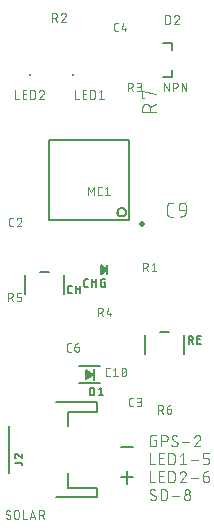
<source format=gbr>
G04 EAGLE Gerber RS-274X export*
G75*
%MOMM*%
%FSLAX34Y34*%
%LPD*%
%INSilkscreen Top*%
%IPPOS*%
%AMOC8*
5,1,8,0,0,1.08239X$1,22.5*%
G01*
%ADD10C,0.076200*%
%ADD11C,0.152400*%
%ADD12R,0.200000X0.200000*%
%ADD13C,0.508000*%
%ADD14C,0.203200*%
%ADD15R,0.200000X1.000000*%
%ADD16R,0.190500X0.889000*%
%ADD17C,0.101600*%

G36*
X-142183Y-118866D02*
X-142183Y-118866D01*
X-142165Y-118868D01*
X-142063Y-118840D01*
X-141960Y-118818D01*
X-141945Y-118809D01*
X-141928Y-118804D01*
X-141783Y-118719D01*
X-136703Y-114909D01*
X-136700Y-114906D01*
X-136697Y-114904D01*
X-136615Y-114817D01*
X-136533Y-114732D01*
X-136531Y-114728D01*
X-136528Y-114725D01*
X-136478Y-114616D01*
X-136428Y-114509D01*
X-136428Y-114505D01*
X-136426Y-114501D01*
X-136413Y-114383D01*
X-136400Y-114265D01*
X-136400Y-114261D01*
X-136400Y-114256D01*
X-136426Y-114140D01*
X-136451Y-114024D01*
X-136453Y-114020D01*
X-136454Y-114016D01*
X-136515Y-113914D01*
X-136576Y-113812D01*
X-136579Y-113809D01*
X-136581Y-113806D01*
X-136703Y-113691D01*
X-141783Y-109881D01*
X-141799Y-109873D01*
X-141812Y-109861D01*
X-141827Y-109853D01*
X-141835Y-109847D01*
X-141885Y-109827D01*
X-141908Y-109816D01*
X-142001Y-109767D01*
X-142019Y-109764D01*
X-142035Y-109757D01*
X-142140Y-109745D01*
X-142244Y-109729D01*
X-142262Y-109732D01*
X-142279Y-109730D01*
X-142382Y-109752D01*
X-142487Y-109770D01*
X-142502Y-109778D01*
X-142520Y-109782D01*
X-142610Y-109836D01*
X-142704Y-109886D01*
X-142716Y-109899D01*
X-142731Y-109908D01*
X-142800Y-109988D01*
X-142872Y-110065D01*
X-142879Y-110082D01*
X-142891Y-110095D01*
X-142930Y-110193D01*
X-142974Y-110289D01*
X-142976Y-110307D01*
X-142983Y-110323D01*
X-143001Y-110490D01*
X-143001Y-118110D01*
X-142998Y-118128D01*
X-143000Y-118145D01*
X-142979Y-118249D01*
X-142962Y-118353D01*
X-142953Y-118368D01*
X-142950Y-118386D01*
X-142896Y-118477D01*
X-142846Y-118570D01*
X-142834Y-118582D01*
X-142825Y-118598D01*
X-142745Y-118667D01*
X-142668Y-118740D01*
X-142652Y-118747D01*
X-142638Y-118759D01*
X-142541Y-118799D01*
X-142445Y-118843D01*
X-142427Y-118845D01*
X-142411Y-118852D01*
X-142305Y-118859D01*
X-142201Y-118870D01*
X-142183Y-118866D01*
G37*
G36*
X-154355Y-206207D02*
X-154355Y-206207D01*
X-154284Y-206209D01*
X-154214Y-206190D01*
X-154143Y-206182D01*
X-154088Y-206157D01*
X-154009Y-206137D01*
X-153906Y-206076D01*
X-153837Y-206045D01*
X-150837Y-204045D01*
X-150750Y-203968D01*
X-150660Y-203895D01*
X-150645Y-203873D01*
X-150625Y-203855D01*
X-150563Y-203758D01*
X-150496Y-203663D01*
X-150488Y-203637D01*
X-150473Y-203615D01*
X-150441Y-203504D01*
X-150403Y-203394D01*
X-150402Y-203367D01*
X-150395Y-203342D01*
X-150395Y-203226D01*
X-150389Y-203110D01*
X-150395Y-203084D01*
X-150395Y-203057D01*
X-150427Y-202946D01*
X-150453Y-202833D01*
X-150466Y-202810D01*
X-150474Y-202784D01*
X-150536Y-202686D01*
X-150592Y-202585D01*
X-150610Y-202569D01*
X-150625Y-202544D01*
X-150833Y-202359D01*
X-150837Y-202355D01*
X-153837Y-200355D01*
X-153901Y-200324D01*
X-153961Y-200285D01*
X-154029Y-200263D01*
X-154093Y-200232D01*
X-154164Y-200220D01*
X-154232Y-200199D01*
X-154303Y-200197D01*
X-154374Y-200185D01*
X-154445Y-200193D01*
X-154516Y-200191D01*
X-154585Y-200209D01*
X-154656Y-200218D01*
X-154722Y-200245D01*
X-154791Y-200263D01*
X-154852Y-200300D01*
X-154918Y-200327D01*
X-154974Y-200372D01*
X-155036Y-200409D01*
X-155085Y-200460D01*
X-155140Y-200505D01*
X-155181Y-200564D01*
X-155230Y-200616D01*
X-155263Y-200679D01*
X-155304Y-200737D01*
X-155327Y-200805D01*
X-155360Y-200869D01*
X-155370Y-200928D01*
X-155397Y-201006D01*
X-155403Y-201125D01*
X-155415Y-201200D01*
X-155415Y-205200D01*
X-155405Y-205271D01*
X-155405Y-205343D01*
X-155385Y-205411D01*
X-155375Y-205482D01*
X-155346Y-205547D01*
X-155326Y-205616D01*
X-155288Y-205676D01*
X-155259Y-205741D01*
X-155213Y-205796D01*
X-155175Y-205856D01*
X-155122Y-205904D01*
X-155076Y-205958D01*
X-155016Y-205998D01*
X-154962Y-206045D01*
X-154898Y-206076D01*
X-154839Y-206116D01*
X-154771Y-206137D01*
X-154706Y-206168D01*
X-154636Y-206180D01*
X-154568Y-206201D01*
X-154496Y-206203D01*
X-154426Y-206215D01*
X-154355Y-206207D01*
G37*
D10*
X-88232Y93853D02*
X-88232Y101219D01*
X-86186Y101219D01*
X-86097Y101217D01*
X-86008Y101211D01*
X-85919Y101201D01*
X-85831Y101188D01*
X-85743Y101171D01*
X-85656Y101149D01*
X-85571Y101124D01*
X-85486Y101096D01*
X-85403Y101063D01*
X-85321Y101027D01*
X-85241Y100988D01*
X-85163Y100945D01*
X-85087Y100899D01*
X-85012Y100849D01*
X-84940Y100796D01*
X-84871Y100740D01*
X-84804Y100681D01*
X-84739Y100620D01*
X-84678Y100555D01*
X-84619Y100488D01*
X-84563Y100419D01*
X-84510Y100347D01*
X-84460Y100272D01*
X-84414Y100196D01*
X-84371Y100118D01*
X-84332Y100038D01*
X-84296Y99956D01*
X-84263Y99873D01*
X-84235Y99788D01*
X-84210Y99703D01*
X-84188Y99616D01*
X-84171Y99528D01*
X-84158Y99440D01*
X-84148Y99351D01*
X-84142Y99262D01*
X-84140Y99173D01*
X-84140Y95899D01*
X-84142Y95810D01*
X-84148Y95721D01*
X-84158Y95632D01*
X-84171Y95544D01*
X-84188Y95456D01*
X-84210Y95369D01*
X-84235Y95284D01*
X-84263Y95199D01*
X-84296Y95116D01*
X-84332Y95034D01*
X-84371Y94954D01*
X-84414Y94876D01*
X-84460Y94800D01*
X-84510Y94725D01*
X-84563Y94653D01*
X-84619Y94584D01*
X-84678Y94517D01*
X-84739Y94452D01*
X-84804Y94391D01*
X-84871Y94332D01*
X-84940Y94276D01*
X-85012Y94223D01*
X-85087Y94173D01*
X-85163Y94127D01*
X-85241Y94084D01*
X-85321Y94045D01*
X-85403Y94009D01*
X-85486Y93976D01*
X-85571Y93948D01*
X-85656Y93923D01*
X-85743Y93901D01*
X-85831Y93884D01*
X-85919Y93871D01*
X-86008Y93861D01*
X-86097Y93855D01*
X-86186Y93853D01*
X-88232Y93853D01*
X-78423Y101220D02*
X-78338Y101218D01*
X-78253Y101212D01*
X-78169Y101202D01*
X-78085Y101189D01*
X-78001Y101171D01*
X-77919Y101150D01*
X-77838Y101125D01*
X-77758Y101096D01*
X-77679Y101063D01*
X-77602Y101027D01*
X-77527Y100987D01*
X-77453Y100944D01*
X-77382Y100898D01*
X-77313Y100848D01*
X-77246Y100795D01*
X-77182Y100739D01*
X-77121Y100680D01*
X-77062Y100619D01*
X-77006Y100555D01*
X-76953Y100488D01*
X-76903Y100419D01*
X-76857Y100348D01*
X-76814Y100274D01*
X-76774Y100199D01*
X-76738Y100122D01*
X-76705Y100043D01*
X-76676Y99963D01*
X-76651Y99882D01*
X-76630Y99800D01*
X-76612Y99716D01*
X-76599Y99632D01*
X-76589Y99548D01*
X-76583Y99463D01*
X-76581Y99378D01*
X-78423Y101219D02*
X-78519Y101217D01*
X-78615Y101211D01*
X-78710Y101201D01*
X-78805Y101188D01*
X-78900Y101170D01*
X-78993Y101149D01*
X-79086Y101124D01*
X-79177Y101095D01*
X-79268Y101063D01*
X-79357Y101027D01*
X-79444Y100987D01*
X-79530Y100944D01*
X-79614Y100898D01*
X-79696Y100848D01*
X-79776Y100794D01*
X-79853Y100738D01*
X-79928Y100678D01*
X-80001Y100616D01*
X-80071Y100550D01*
X-80139Y100482D01*
X-80204Y100411D01*
X-80265Y100338D01*
X-80324Y100262D01*
X-80380Y100183D01*
X-80432Y100103D01*
X-80481Y100020D01*
X-80527Y99936D01*
X-80569Y99850D01*
X-80607Y99762D01*
X-80642Y99673D01*
X-80674Y99582D01*
X-77195Y97946D02*
X-77135Y98005D01*
X-77078Y98067D01*
X-77023Y98131D01*
X-76972Y98198D01*
X-76923Y98267D01*
X-76877Y98337D01*
X-76834Y98410D01*
X-76794Y98484D01*
X-76758Y98560D01*
X-76725Y98638D01*
X-76695Y98717D01*
X-76668Y98797D01*
X-76645Y98878D01*
X-76626Y98960D01*
X-76610Y99042D01*
X-76597Y99126D01*
X-76588Y99210D01*
X-76583Y99294D01*
X-76581Y99378D01*
X-77195Y97945D02*
X-80673Y93853D01*
X-76581Y93853D01*
X-219217Y-323610D02*
X-219219Y-323688D01*
X-219224Y-323766D01*
X-219234Y-323843D01*
X-219247Y-323920D01*
X-219263Y-323996D01*
X-219283Y-324071D01*
X-219307Y-324145D01*
X-219334Y-324218D01*
X-219365Y-324290D01*
X-219399Y-324360D01*
X-219436Y-324429D01*
X-219477Y-324495D01*
X-219521Y-324560D01*
X-219567Y-324622D01*
X-219617Y-324682D01*
X-219669Y-324740D01*
X-219724Y-324795D01*
X-219782Y-324847D01*
X-219842Y-324897D01*
X-219904Y-324943D01*
X-219969Y-324987D01*
X-220036Y-325028D01*
X-220104Y-325065D01*
X-220174Y-325099D01*
X-220246Y-325130D01*
X-220319Y-325157D01*
X-220393Y-325181D01*
X-220468Y-325201D01*
X-220544Y-325217D01*
X-220621Y-325230D01*
X-220698Y-325240D01*
X-220776Y-325245D01*
X-220854Y-325247D01*
X-220968Y-325245D01*
X-221081Y-325240D01*
X-221195Y-325230D01*
X-221308Y-325217D01*
X-221420Y-325200D01*
X-221532Y-325180D01*
X-221643Y-325156D01*
X-221754Y-325128D01*
X-221863Y-325097D01*
X-221971Y-325062D01*
X-222078Y-325023D01*
X-222184Y-324981D01*
X-222288Y-324936D01*
X-222391Y-324887D01*
X-222492Y-324834D01*
X-222591Y-324779D01*
X-222689Y-324720D01*
X-222784Y-324658D01*
X-222877Y-324593D01*
X-222969Y-324525D01*
X-223057Y-324454D01*
X-223144Y-324380D01*
X-223228Y-324303D01*
X-223309Y-324224D01*
X-223105Y-319518D02*
X-223103Y-319438D01*
X-223097Y-319358D01*
X-223087Y-319278D01*
X-223074Y-319199D01*
X-223056Y-319120D01*
X-223035Y-319043D01*
X-223009Y-318967D01*
X-222980Y-318892D01*
X-222948Y-318818D01*
X-222912Y-318746D01*
X-222872Y-318676D01*
X-222829Y-318609D01*
X-222783Y-318543D01*
X-222733Y-318480D01*
X-222681Y-318419D01*
X-222626Y-318360D01*
X-222567Y-318305D01*
X-222507Y-318253D01*
X-222443Y-318203D01*
X-222377Y-318157D01*
X-222310Y-318114D01*
X-222240Y-318074D01*
X-222168Y-318038D01*
X-222094Y-318006D01*
X-222020Y-317977D01*
X-221943Y-317951D01*
X-221866Y-317930D01*
X-221787Y-317912D01*
X-221708Y-317899D01*
X-221628Y-317889D01*
X-221548Y-317883D01*
X-221468Y-317881D01*
X-221358Y-317883D01*
X-221249Y-317889D01*
X-221140Y-317899D01*
X-221031Y-317912D01*
X-220922Y-317930D01*
X-220815Y-317951D01*
X-220708Y-317977D01*
X-220602Y-318006D01*
X-220497Y-318038D01*
X-220394Y-318075D01*
X-220292Y-318115D01*
X-220191Y-318159D01*
X-220092Y-318207D01*
X-219995Y-318257D01*
X-219900Y-318312D01*
X-219807Y-318370D01*
X-219715Y-318431D01*
X-219627Y-318495D01*
X-222287Y-320950D02*
X-222353Y-320908D01*
X-222418Y-320864D01*
X-222480Y-320816D01*
X-222540Y-320766D01*
X-222598Y-320713D01*
X-222653Y-320657D01*
X-222706Y-320599D01*
X-222755Y-320538D01*
X-222802Y-320475D01*
X-222846Y-320410D01*
X-222886Y-320343D01*
X-222923Y-320274D01*
X-222957Y-320203D01*
X-222988Y-320131D01*
X-223015Y-320057D01*
X-223039Y-319982D01*
X-223059Y-319907D01*
X-223075Y-319830D01*
X-223088Y-319753D01*
X-223098Y-319675D01*
X-223103Y-319596D01*
X-223105Y-319518D01*
X-220036Y-322178D02*
X-219970Y-322220D01*
X-219905Y-322264D01*
X-219843Y-322312D01*
X-219783Y-322362D01*
X-219725Y-322415D01*
X-219670Y-322471D01*
X-219617Y-322529D01*
X-219568Y-322590D01*
X-219521Y-322653D01*
X-219477Y-322718D01*
X-219437Y-322785D01*
X-219400Y-322854D01*
X-219366Y-322925D01*
X-219335Y-322997D01*
X-219308Y-323071D01*
X-219284Y-323146D01*
X-219264Y-323221D01*
X-219248Y-323298D01*
X-219235Y-323375D01*
X-219225Y-323453D01*
X-219220Y-323532D01*
X-219218Y-323610D01*
X-220036Y-322178D02*
X-222287Y-320950D01*
X-216238Y-319927D02*
X-216238Y-323201D01*
X-216238Y-319927D02*
X-216236Y-319838D01*
X-216230Y-319749D01*
X-216220Y-319660D01*
X-216207Y-319572D01*
X-216190Y-319484D01*
X-216168Y-319397D01*
X-216143Y-319312D01*
X-216115Y-319227D01*
X-216082Y-319144D01*
X-216046Y-319062D01*
X-216007Y-318982D01*
X-215964Y-318904D01*
X-215918Y-318828D01*
X-215868Y-318753D01*
X-215815Y-318681D01*
X-215759Y-318612D01*
X-215700Y-318545D01*
X-215639Y-318480D01*
X-215574Y-318419D01*
X-215507Y-318360D01*
X-215438Y-318304D01*
X-215366Y-318251D01*
X-215291Y-318201D01*
X-215215Y-318155D01*
X-215137Y-318112D01*
X-215057Y-318073D01*
X-214975Y-318037D01*
X-214892Y-318004D01*
X-214807Y-317976D01*
X-214722Y-317951D01*
X-214635Y-317929D01*
X-214547Y-317912D01*
X-214459Y-317899D01*
X-214370Y-317889D01*
X-214281Y-317883D01*
X-214192Y-317881D01*
X-214103Y-317883D01*
X-214014Y-317889D01*
X-213925Y-317899D01*
X-213837Y-317912D01*
X-213749Y-317929D01*
X-213662Y-317951D01*
X-213577Y-317976D01*
X-213492Y-318004D01*
X-213409Y-318037D01*
X-213327Y-318073D01*
X-213247Y-318112D01*
X-213169Y-318155D01*
X-213093Y-318201D01*
X-213018Y-318251D01*
X-212946Y-318304D01*
X-212877Y-318360D01*
X-212810Y-318419D01*
X-212745Y-318480D01*
X-212684Y-318545D01*
X-212625Y-318612D01*
X-212569Y-318681D01*
X-212516Y-318753D01*
X-212466Y-318828D01*
X-212420Y-318904D01*
X-212377Y-318982D01*
X-212338Y-319062D01*
X-212302Y-319144D01*
X-212269Y-319227D01*
X-212241Y-319312D01*
X-212216Y-319397D01*
X-212194Y-319484D01*
X-212177Y-319572D01*
X-212164Y-319660D01*
X-212154Y-319749D01*
X-212148Y-319838D01*
X-212146Y-319927D01*
X-212146Y-323201D01*
X-212148Y-323290D01*
X-212154Y-323379D01*
X-212164Y-323468D01*
X-212177Y-323556D01*
X-212194Y-323644D01*
X-212216Y-323731D01*
X-212241Y-323816D01*
X-212269Y-323901D01*
X-212302Y-323984D01*
X-212338Y-324066D01*
X-212377Y-324146D01*
X-212420Y-324224D01*
X-212466Y-324300D01*
X-212516Y-324375D01*
X-212569Y-324447D01*
X-212625Y-324516D01*
X-212684Y-324583D01*
X-212745Y-324648D01*
X-212810Y-324709D01*
X-212877Y-324768D01*
X-212946Y-324824D01*
X-213018Y-324877D01*
X-213093Y-324927D01*
X-213169Y-324973D01*
X-213247Y-325016D01*
X-213327Y-325055D01*
X-213409Y-325091D01*
X-213492Y-325124D01*
X-213577Y-325152D01*
X-213662Y-325177D01*
X-213749Y-325199D01*
X-213837Y-325216D01*
X-213925Y-325229D01*
X-214014Y-325239D01*
X-214103Y-325245D01*
X-214192Y-325247D01*
X-214281Y-325245D01*
X-214370Y-325239D01*
X-214459Y-325229D01*
X-214547Y-325216D01*
X-214635Y-325199D01*
X-214722Y-325177D01*
X-214807Y-325152D01*
X-214892Y-325124D01*
X-214975Y-325091D01*
X-215057Y-325055D01*
X-215137Y-325016D01*
X-215215Y-324973D01*
X-215291Y-324927D01*
X-215366Y-324877D01*
X-215438Y-324824D01*
X-215507Y-324768D01*
X-215574Y-324709D01*
X-215639Y-324648D01*
X-215700Y-324583D01*
X-215759Y-324516D01*
X-215815Y-324447D01*
X-215868Y-324375D01*
X-215918Y-324300D01*
X-215964Y-324224D01*
X-216007Y-324146D01*
X-216046Y-324066D01*
X-216082Y-323984D01*
X-216115Y-323901D01*
X-216143Y-323816D01*
X-216168Y-323731D01*
X-216190Y-323644D01*
X-216207Y-323556D01*
X-216220Y-323468D01*
X-216230Y-323379D01*
X-216236Y-323290D01*
X-216238Y-323201D01*
X-208664Y-325247D02*
X-208664Y-317881D01*
X-208664Y-325247D02*
X-205390Y-325247D01*
X-202993Y-325247D02*
X-200537Y-317881D01*
X-198082Y-325247D01*
X-198696Y-323406D02*
X-202379Y-323406D01*
X-194973Y-325247D02*
X-194973Y-317881D01*
X-192927Y-317881D01*
X-192838Y-317883D01*
X-192749Y-317889D01*
X-192660Y-317899D01*
X-192572Y-317912D01*
X-192484Y-317929D01*
X-192397Y-317951D01*
X-192312Y-317976D01*
X-192227Y-318004D01*
X-192144Y-318037D01*
X-192062Y-318073D01*
X-191982Y-318112D01*
X-191904Y-318155D01*
X-191828Y-318201D01*
X-191753Y-318251D01*
X-191681Y-318304D01*
X-191612Y-318360D01*
X-191545Y-318419D01*
X-191480Y-318480D01*
X-191419Y-318545D01*
X-191360Y-318612D01*
X-191304Y-318681D01*
X-191251Y-318753D01*
X-191201Y-318828D01*
X-191155Y-318904D01*
X-191112Y-318982D01*
X-191073Y-319062D01*
X-191037Y-319144D01*
X-191004Y-319227D01*
X-190976Y-319312D01*
X-190951Y-319397D01*
X-190929Y-319484D01*
X-190912Y-319572D01*
X-190899Y-319660D01*
X-190889Y-319749D01*
X-190883Y-319838D01*
X-190881Y-319927D01*
X-190883Y-320016D01*
X-190889Y-320105D01*
X-190899Y-320194D01*
X-190912Y-320282D01*
X-190929Y-320370D01*
X-190951Y-320457D01*
X-190976Y-320542D01*
X-191004Y-320627D01*
X-191037Y-320710D01*
X-191073Y-320792D01*
X-191112Y-320872D01*
X-191155Y-320950D01*
X-191201Y-321026D01*
X-191251Y-321101D01*
X-191304Y-321173D01*
X-191360Y-321242D01*
X-191419Y-321309D01*
X-191480Y-321374D01*
X-191545Y-321435D01*
X-191612Y-321494D01*
X-191681Y-321550D01*
X-191753Y-321603D01*
X-191828Y-321653D01*
X-191904Y-321699D01*
X-191982Y-321742D01*
X-192062Y-321781D01*
X-192144Y-321817D01*
X-192227Y-321850D01*
X-192312Y-321878D01*
X-192397Y-321903D01*
X-192484Y-321925D01*
X-192572Y-321942D01*
X-192660Y-321955D01*
X-192749Y-321965D01*
X-192838Y-321971D01*
X-192927Y-321973D01*
X-194973Y-321973D01*
X-192518Y-321973D02*
X-190881Y-325247D01*
D11*
X-125899Y-264696D02*
X-115062Y-264696D01*
D10*
X-97535Y-258558D02*
X-95969Y-258558D01*
X-95969Y-263779D01*
X-99102Y-263779D01*
X-99191Y-263777D01*
X-99279Y-263771D01*
X-99367Y-263762D01*
X-99455Y-263749D01*
X-99542Y-263732D01*
X-99628Y-263712D01*
X-99713Y-263687D01*
X-99798Y-263660D01*
X-99881Y-263628D01*
X-99962Y-263594D01*
X-100042Y-263555D01*
X-100120Y-263514D01*
X-100197Y-263469D01*
X-100271Y-263421D01*
X-100344Y-263370D01*
X-100414Y-263316D01*
X-100481Y-263258D01*
X-100547Y-263198D01*
X-100609Y-263136D01*
X-100669Y-263070D01*
X-100727Y-263003D01*
X-100781Y-262933D01*
X-100832Y-262860D01*
X-100880Y-262786D01*
X-100925Y-262709D01*
X-100966Y-262631D01*
X-101005Y-262551D01*
X-101039Y-262470D01*
X-101071Y-262387D01*
X-101098Y-262302D01*
X-101123Y-262217D01*
X-101143Y-262131D01*
X-101160Y-262044D01*
X-101173Y-261956D01*
X-101182Y-261868D01*
X-101188Y-261780D01*
X-101190Y-261691D01*
X-101190Y-256469D01*
X-101191Y-256469D02*
X-101189Y-256378D01*
X-101183Y-256287D01*
X-101173Y-256196D01*
X-101159Y-256106D01*
X-101141Y-256017D01*
X-101120Y-255928D01*
X-101094Y-255841D01*
X-101065Y-255755D01*
X-101032Y-255670D01*
X-100995Y-255586D01*
X-100955Y-255504D01*
X-100911Y-255425D01*
X-100864Y-255347D01*
X-100813Y-255271D01*
X-100759Y-255197D01*
X-100702Y-255126D01*
X-100642Y-255058D01*
X-100579Y-254992D01*
X-100513Y-254929D01*
X-100445Y-254869D01*
X-100374Y-254812D01*
X-100300Y-254758D01*
X-100224Y-254707D01*
X-100147Y-254660D01*
X-100067Y-254616D01*
X-99985Y-254576D01*
X-99901Y-254539D01*
X-99817Y-254506D01*
X-99730Y-254477D01*
X-99643Y-254451D01*
X-99554Y-254430D01*
X-99465Y-254412D01*
X-99375Y-254398D01*
X-99284Y-254388D01*
X-99193Y-254382D01*
X-99102Y-254380D01*
X-99102Y-254381D02*
X-95969Y-254381D01*
X-91305Y-254381D02*
X-91305Y-263779D01*
X-91305Y-254381D02*
X-88695Y-254381D01*
X-88594Y-254383D01*
X-88493Y-254389D01*
X-88392Y-254399D01*
X-88292Y-254412D01*
X-88192Y-254430D01*
X-88093Y-254451D01*
X-87995Y-254477D01*
X-87898Y-254506D01*
X-87802Y-254538D01*
X-87708Y-254575D01*
X-87615Y-254615D01*
X-87523Y-254659D01*
X-87434Y-254706D01*
X-87346Y-254757D01*
X-87260Y-254811D01*
X-87177Y-254868D01*
X-87095Y-254928D01*
X-87017Y-254992D01*
X-86940Y-255058D01*
X-86867Y-255128D01*
X-86796Y-255200D01*
X-86728Y-255275D01*
X-86663Y-255353D01*
X-86601Y-255433D01*
X-86542Y-255515D01*
X-86486Y-255600D01*
X-86434Y-255687D01*
X-86385Y-255775D01*
X-86339Y-255866D01*
X-86298Y-255958D01*
X-86259Y-256052D01*
X-86225Y-256147D01*
X-86194Y-256243D01*
X-86167Y-256341D01*
X-86143Y-256439D01*
X-86124Y-256539D01*
X-86108Y-256639D01*
X-86096Y-256739D01*
X-86088Y-256840D01*
X-86084Y-256941D01*
X-86084Y-257043D01*
X-86088Y-257144D01*
X-86096Y-257245D01*
X-86108Y-257345D01*
X-86124Y-257445D01*
X-86143Y-257545D01*
X-86167Y-257643D01*
X-86194Y-257741D01*
X-86225Y-257837D01*
X-86259Y-257932D01*
X-86298Y-258026D01*
X-86339Y-258118D01*
X-86385Y-258209D01*
X-86434Y-258298D01*
X-86486Y-258384D01*
X-86542Y-258469D01*
X-86601Y-258551D01*
X-86663Y-258631D01*
X-86728Y-258709D01*
X-86796Y-258784D01*
X-86867Y-258856D01*
X-86940Y-258926D01*
X-87017Y-258992D01*
X-87095Y-259056D01*
X-87177Y-259116D01*
X-87260Y-259173D01*
X-87346Y-259227D01*
X-87434Y-259278D01*
X-87523Y-259325D01*
X-87615Y-259369D01*
X-87708Y-259409D01*
X-87802Y-259446D01*
X-87898Y-259478D01*
X-87995Y-259507D01*
X-88093Y-259533D01*
X-88192Y-259554D01*
X-88292Y-259572D01*
X-88392Y-259585D01*
X-88493Y-259595D01*
X-88594Y-259601D01*
X-88695Y-259603D01*
X-88695Y-259602D02*
X-91305Y-259602D01*
X-79769Y-263779D02*
X-79680Y-263777D01*
X-79592Y-263771D01*
X-79504Y-263762D01*
X-79416Y-263749D01*
X-79329Y-263732D01*
X-79243Y-263712D01*
X-79158Y-263687D01*
X-79073Y-263660D01*
X-78990Y-263628D01*
X-78909Y-263594D01*
X-78829Y-263555D01*
X-78751Y-263514D01*
X-78674Y-263469D01*
X-78600Y-263421D01*
X-78527Y-263370D01*
X-78457Y-263316D01*
X-78390Y-263258D01*
X-78324Y-263198D01*
X-78262Y-263136D01*
X-78202Y-263070D01*
X-78144Y-263003D01*
X-78090Y-262933D01*
X-78039Y-262860D01*
X-77991Y-262786D01*
X-77946Y-262709D01*
X-77905Y-262631D01*
X-77866Y-262551D01*
X-77832Y-262470D01*
X-77800Y-262387D01*
X-77773Y-262302D01*
X-77748Y-262217D01*
X-77728Y-262131D01*
X-77711Y-262044D01*
X-77698Y-261956D01*
X-77689Y-261868D01*
X-77683Y-261780D01*
X-77681Y-261691D01*
X-79769Y-263779D02*
X-79898Y-263777D01*
X-80027Y-263771D01*
X-80156Y-263762D01*
X-80284Y-263749D01*
X-80412Y-263732D01*
X-80539Y-263711D01*
X-80666Y-263687D01*
X-80792Y-263659D01*
X-80917Y-263627D01*
X-81041Y-263592D01*
X-81164Y-263553D01*
X-81286Y-263510D01*
X-81406Y-263464D01*
X-81525Y-263414D01*
X-81643Y-263361D01*
X-81759Y-263305D01*
X-81873Y-263245D01*
X-81986Y-263182D01*
X-82096Y-263115D01*
X-82205Y-263046D01*
X-82311Y-262973D01*
X-82416Y-262897D01*
X-82518Y-262818D01*
X-82618Y-262736D01*
X-82715Y-262652D01*
X-82810Y-262564D01*
X-82902Y-262474D01*
X-82642Y-256469D02*
X-82640Y-256378D01*
X-82634Y-256287D01*
X-82624Y-256196D01*
X-82610Y-256106D01*
X-82592Y-256017D01*
X-82571Y-255928D01*
X-82545Y-255841D01*
X-82516Y-255755D01*
X-82483Y-255670D01*
X-82446Y-255586D01*
X-82406Y-255504D01*
X-82362Y-255425D01*
X-82315Y-255347D01*
X-82264Y-255271D01*
X-82210Y-255197D01*
X-82153Y-255126D01*
X-82093Y-255058D01*
X-82030Y-254992D01*
X-81964Y-254929D01*
X-81896Y-254869D01*
X-81825Y-254812D01*
X-81751Y-254758D01*
X-81675Y-254707D01*
X-81598Y-254660D01*
X-81518Y-254616D01*
X-81436Y-254576D01*
X-81352Y-254539D01*
X-81268Y-254506D01*
X-81181Y-254477D01*
X-81094Y-254451D01*
X-81005Y-254430D01*
X-80916Y-254412D01*
X-80826Y-254398D01*
X-80735Y-254388D01*
X-80644Y-254382D01*
X-80553Y-254380D01*
X-80553Y-254381D02*
X-80433Y-254383D01*
X-80313Y-254388D01*
X-80194Y-254398D01*
X-80074Y-254410D01*
X-79955Y-254427D01*
X-79837Y-254447D01*
X-79719Y-254471D01*
X-79603Y-254498D01*
X-79487Y-254529D01*
X-79372Y-254563D01*
X-79258Y-254601D01*
X-79145Y-254643D01*
X-79034Y-254688D01*
X-78924Y-254736D01*
X-78816Y-254787D01*
X-78709Y-254842D01*
X-78604Y-254900D01*
X-78501Y-254962D01*
X-78400Y-255026D01*
X-78300Y-255094D01*
X-78203Y-255164D01*
X-81597Y-258296D02*
X-81675Y-258248D01*
X-81751Y-258196D01*
X-81824Y-258142D01*
X-81895Y-258084D01*
X-81964Y-258023D01*
X-82030Y-257959D01*
X-82093Y-257892D01*
X-82153Y-257823D01*
X-82210Y-257751D01*
X-82264Y-257677D01*
X-82314Y-257600D01*
X-82362Y-257521D01*
X-82405Y-257441D01*
X-82446Y-257358D01*
X-82482Y-257274D01*
X-82515Y-257189D01*
X-82544Y-257102D01*
X-82570Y-257013D01*
X-82592Y-256924D01*
X-82609Y-256834D01*
X-82623Y-256744D01*
X-82633Y-256652D01*
X-82639Y-256561D01*
X-82641Y-256469D01*
X-78725Y-259864D02*
X-78647Y-259912D01*
X-78571Y-259964D01*
X-78498Y-260018D01*
X-78427Y-260076D01*
X-78358Y-260137D01*
X-78292Y-260201D01*
X-78229Y-260268D01*
X-78169Y-260337D01*
X-78112Y-260409D01*
X-78058Y-260483D01*
X-78008Y-260560D01*
X-77960Y-260639D01*
X-77917Y-260719D01*
X-77876Y-260802D01*
X-77840Y-260886D01*
X-77807Y-260971D01*
X-77778Y-261058D01*
X-77752Y-261147D01*
X-77730Y-261236D01*
X-77713Y-261326D01*
X-77699Y-261416D01*
X-77689Y-261508D01*
X-77683Y-261599D01*
X-77681Y-261691D01*
X-78725Y-259863D02*
X-81597Y-258297D01*
X-73975Y-260124D02*
X-67710Y-260124D01*
X-60828Y-254381D02*
X-60733Y-254383D01*
X-60639Y-254389D01*
X-60545Y-254398D01*
X-60451Y-254411D01*
X-60358Y-254428D01*
X-60266Y-254449D01*
X-60174Y-254474D01*
X-60084Y-254502D01*
X-59995Y-254534D01*
X-59907Y-254569D01*
X-59821Y-254608D01*
X-59736Y-254650D01*
X-59653Y-254696D01*
X-59572Y-254745D01*
X-59493Y-254797D01*
X-59416Y-254852D01*
X-59342Y-254911D01*
X-59270Y-254972D01*
X-59200Y-255036D01*
X-59133Y-255103D01*
X-59069Y-255173D01*
X-59008Y-255245D01*
X-58949Y-255319D01*
X-58894Y-255396D01*
X-58842Y-255475D01*
X-58793Y-255556D01*
X-58747Y-255639D01*
X-58705Y-255724D01*
X-58666Y-255810D01*
X-58631Y-255898D01*
X-58599Y-255987D01*
X-58571Y-256077D01*
X-58546Y-256169D01*
X-58525Y-256261D01*
X-58508Y-256354D01*
X-58495Y-256448D01*
X-58486Y-256542D01*
X-58480Y-256636D01*
X-58478Y-256731D01*
X-60828Y-254381D02*
X-60936Y-254383D01*
X-61045Y-254389D01*
X-61153Y-254399D01*
X-61260Y-254412D01*
X-61367Y-254430D01*
X-61474Y-254451D01*
X-61579Y-254476D01*
X-61684Y-254505D01*
X-61787Y-254537D01*
X-61889Y-254574D01*
X-61990Y-254614D01*
X-62089Y-254657D01*
X-62187Y-254704D01*
X-62283Y-254755D01*
X-62377Y-254809D01*
X-62469Y-254866D01*
X-62559Y-254927D01*
X-62647Y-254991D01*
X-62732Y-255057D01*
X-62815Y-255127D01*
X-62895Y-255200D01*
X-62973Y-255276D01*
X-63048Y-255354D01*
X-63120Y-255435D01*
X-63189Y-255519D01*
X-63255Y-255605D01*
X-63318Y-255693D01*
X-63377Y-255784D01*
X-63434Y-255877D01*
X-63487Y-255971D01*
X-63536Y-256068D01*
X-63583Y-256166D01*
X-63625Y-256265D01*
X-63664Y-256367D01*
X-63699Y-256469D01*
X-59261Y-258559D02*
X-59192Y-258490D01*
X-59126Y-258419D01*
X-59062Y-258346D01*
X-59001Y-258270D01*
X-58943Y-258191D01*
X-58889Y-258111D01*
X-58837Y-258028D01*
X-58789Y-257944D01*
X-58743Y-257858D01*
X-58702Y-257770D01*
X-58663Y-257680D01*
X-58628Y-257589D01*
X-58597Y-257497D01*
X-58569Y-257404D01*
X-58545Y-257310D01*
X-58525Y-257215D01*
X-58508Y-257119D01*
X-58495Y-257022D01*
X-58486Y-256925D01*
X-58480Y-256828D01*
X-58478Y-256731D01*
X-59262Y-258558D02*
X-63700Y-263779D01*
X-58479Y-263779D01*
X-101190Y-269621D02*
X-101190Y-279019D01*
X-97013Y-279019D01*
X-93265Y-279019D02*
X-89088Y-279019D01*
X-93265Y-279019D02*
X-93265Y-269621D01*
X-89088Y-269621D01*
X-90133Y-273798D02*
X-93265Y-273798D01*
X-85358Y-269621D02*
X-85358Y-279019D01*
X-85358Y-269621D02*
X-82748Y-269621D01*
X-82648Y-269623D01*
X-82548Y-269629D01*
X-82449Y-269638D01*
X-82349Y-269652D01*
X-82251Y-269669D01*
X-82153Y-269690D01*
X-82056Y-269714D01*
X-81960Y-269743D01*
X-81865Y-269775D01*
X-81772Y-269810D01*
X-81680Y-269849D01*
X-81589Y-269892D01*
X-81501Y-269938D01*
X-81414Y-269988D01*
X-81329Y-270040D01*
X-81246Y-270096D01*
X-81165Y-270155D01*
X-81087Y-270218D01*
X-81011Y-270283D01*
X-80937Y-270351D01*
X-80867Y-270421D01*
X-80799Y-270495D01*
X-80734Y-270571D01*
X-80671Y-270649D01*
X-80612Y-270730D01*
X-80556Y-270813D01*
X-80504Y-270898D01*
X-80454Y-270985D01*
X-80408Y-271073D01*
X-80365Y-271164D01*
X-80326Y-271256D01*
X-80291Y-271349D01*
X-80259Y-271444D01*
X-80230Y-271540D01*
X-80206Y-271637D01*
X-80185Y-271735D01*
X-80168Y-271833D01*
X-80154Y-271933D01*
X-80145Y-272032D01*
X-80139Y-272132D01*
X-80137Y-272232D01*
X-80137Y-276408D01*
X-80136Y-276408D02*
X-80138Y-276508D01*
X-80144Y-276608D01*
X-80153Y-276707D01*
X-80167Y-276807D01*
X-80184Y-276905D01*
X-80205Y-277003D01*
X-80229Y-277100D01*
X-80258Y-277196D01*
X-80290Y-277291D01*
X-80325Y-277384D01*
X-80364Y-277476D01*
X-80407Y-277567D01*
X-80453Y-277655D01*
X-80503Y-277742D01*
X-80555Y-277827D01*
X-80611Y-277910D01*
X-80670Y-277991D01*
X-80733Y-278069D01*
X-80798Y-278145D01*
X-80866Y-278219D01*
X-80936Y-278289D01*
X-81010Y-278357D01*
X-81086Y-278422D01*
X-81164Y-278485D01*
X-81245Y-278544D01*
X-81328Y-278600D01*
X-81413Y-278652D01*
X-81500Y-278702D01*
X-81588Y-278748D01*
X-81679Y-278791D01*
X-81771Y-278830D01*
X-81864Y-278865D01*
X-81959Y-278897D01*
X-82055Y-278926D01*
X-82152Y-278950D01*
X-82250Y-278971D01*
X-82348Y-278988D01*
X-82448Y-279002D01*
X-82547Y-279011D01*
X-82647Y-279017D01*
X-82747Y-279019D01*
X-82748Y-279019D02*
X-85358Y-279019D01*
X-75909Y-271709D02*
X-73299Y-269621D01*
X-73299Y-279019D01*
X-75909Y-279019D02*
X-70688Y-279019D01*
X-66678Y-275364D02*
X-60412Y-275364D01*
X-56402Y-279019D02*
X-53269Y-279019D01*
X-53180Y-279017D01*
X-53092Y-279011D01*
X-53004Y-279002D01*
X-52916Y-278989D01*
X-52829Y-278972D01*
X-52743Y-278952D01*
X-52658Y-278927D01*
X-52573Y-278900D01*
X-52490Y-278868D01*
X-52409Y-278834D01*
X-52329Y-278795D01*
X-52251Y-278754D01*
X-52174Y-278709D01*
X-52100Y-278661D01*
X-52027Y-278610D01*
X-51957Y-278556D01*
X-51890Y-278498D01*
X-51824Y-278438D01*
X-51762Y-278376D01*
X-51702Y-278310D01*
X-51644Y-278243D01*
X-51590Y-278173D01*
X-51539Y-278100D01*
X-51491Y-278026D01*
X-51446Y-277949D01*
X-51405Y-277871D01*
X-51366Y-277791D01*
X-51332Y-277710D01*
X-51300Y-277627D01*
X-51273Y-277542D01*
X-51248Y-277457D01*
X-51228Y-277371D01*
X-51211Y-277284D01*
X-51198Y-277196D01*
X-51189Y-277108D01*
X-51183Y-277020D01*
X-51181Y-276931D01*
X-51181Y-275886D01*
X-51183Y-275797D01*
X-51189Y-275709D01*
X-51198Y-275621D01*
X-51211Y-275533D01*
X-51228Y-275446D01*
X-51248Y-275360D01*
X-51273Y-275275D01*
X-51300Y-275190D01*
X-51332Y-275107D01*
X-51366Y-275026D01*
X-51405Y-274946D01*
X-51446Y-274868D01*
X-51491Y-274791D01*
X-51539Y-274717D01*
X-51590Y-274644D01*
X-51644Y-274574D01*
X-51702Y-274507D01*
X-51762Y-274441D01*
X-51824Y-274379D01*
X-51890Y-274319D01*
X-51957Y-274261D01*
X-52027Y-274207D01*
X-52100Y-274156D01*
X-52174Y-274108D01*
X-52251Y-274063D01*
X-52329Y-274022D01*
X-52409Y-273983D01*
X-52490Y-273949D01*
X-52573Y-273917D01*
X-52658Y-273890D01*
X-52743Y-273865D01*
X-52829Y-273845D01*
X-52916Y-273828D01*
X-53004Y-273815D01*
X-53092Y-273806D01*
X-53180Y-273800D01*
X-53269Y-273798D01*
X-56402Y-273798D01*
X-56402Y-269621D01*
X-51181Y-269621D01*
X-101190Y-284861D02*
X-101190Y-294259D01*
X-97013Y-294259D01*
X-93265Y-294259D02*
X-89088Y-294259D01*
X-93265Y-294259D02*
X-93265Y-284861D01*
X-89088Y-284861D01*
X-90133Y-289038D02*
X-93265Y-289038D01*
X-85358Y-284861D02*
X-85358Y-294259D01*
X-85358Y-284861D02*
X-82748Y-284861D01*
X-82648Y-284863D01*
X-82548Y-284869D01*
X-82449Y-284878D01*
X-82349Y-284892D01*
X-82251Y-284909D01*
X-82153Y-284930D01*
X-82056Y-284954D01*
X-81960Y-284983D01*
X-81865Y-285015D01*
X-81772Y-285050D01*
X-81680Y-285089D01*
X-81589Y-285132D01*
X-81501Y-285178D01*
X-81414Y-285228D01*
X-81329Y-285280D01*
X-81246Y-285336D01*
X-81165Y-285395D01*
X-81087Y-285458D01*
X-81011Y-285523D01*
X-80937Y-285591D01*
X-80867Y-285661D01*
X-80799Y-285735D01*
X-80734Y-285811D01*
X-80671Y-285889D01*
X-80612Y-285970D01*
X-80556Y-286053D01*
X-80504Y-286138D01*
X-80454Y-286225D01*
X-80408Y-286313D01*
X-80365Y-286404D01*
X-80326Y-286496D01*
X-80291Y-286589D01*
X-80259Y-286684D01*
X-80230Y-286780D01*
X-80206Y-286877D01*
X-80185Y-286975D01*
X-80168Y-287073D01*
X-80154Y-287173D01*
X-80145Y-287272D01*
X-80139Y-287372D01*
X-80137Y-287472D01*
X-80137Y-291648D01*
X-80136Y-291648D02*
X-80138Y-291748D01*
X-80144Y-291848D01*
X-80153Y-291947D01*
X-80167Y-292047D01*
X-80184Y-292145D01*
X-80205Y-292243D01*
X-80229Y-292340D01*
X-80258Y-292436D01*
X-80290Y-292531D01*
X-80325Y-292624D01*
X-80364Y-292716D01*
X-80407Y-292807D01*
X-80453Y-292895D01*
X-80503Y-292982D01*
X-80555Y-293067D01*
X-80611Y-293150D01*
X-80670Y-293231D01*
X-80733Y-293309D01*
X-80798Y-293385D01*
X-80866Y-293459D01*
X-80936Y-293529D01*
X-81010Y-293597D01*
X-81086Y-293662D01*
X-81164Y-293725D01*
X-81245Y-293784D01*
X-81328Y-293840D01*
X-81413Y-293892D01*
X-81500Y-293942D01*
X-81588Y-293988D01*
X-81679Y-294031D01*
X-81771Y-294070D01*
X-81864Y-294105D01*
X-81959Y-294137D01*
X-82055Y-294166D01*
X-82152Y-294190D01*
X-82250Y-294211D01*
X-82348Y-294228D01*
X-82448Y-294242D01*
X-82547Y-294251D01*
X-82647Y-294257D01*
X-82747Y-294259D01*
X-82748Y-294259D02*
X-85358Y-294259D01*
X-73038Y-284861D02*
X-72943Y-284863D01*
X-72849Y-284869D01*
X-72755Y-284878D01*
X-72661Y-284891D01*
X-72568Y-284908D01*
X-72476Y-284929D01*
X-72384Y-284954D01*
X-72294Y-284982D01*
X-72205Y-285014D01*
X-72117Y-285049D01*
X-72031Y-285088D01*
X-71946Y-285130D01*
X-71863Y-285176D01*
X-71782Y-285225D01*
X-71703Y-285277D01*
X-71626Y-285332D01*
X-71552Y-285391D01*
X-71480Y-285452D01*
X-71410Y-285516D01*
X-71343Y-285583D01*
X-71279Y-285653D01*
X-71218Y-285725D01*
X-71159Y-285799D01*
X-71104Y-285876D01*
X-71052Y-285955D01*
X-71003Y-286036D01*
X-70957Y-286119D01*
X-70915Y-286204D01*
X-70876Y-286290D01*
X-70841Y-286378D01*
X-70809Y-286467D01*
X-70781Y-286557D01*
X-70756Y-286649D01*
X-70735Y-286741D01*
X-70718Y-286834D01*
X-70705Y-286928D01*
X-70696Y-287022D01*
X-70690Y-287116D01*
X-70688Y-287211D01*
X-73038Y-284861D02*
X-73146Y-284863D01*
X-73255Y-284869D01*
X-73363Y-284879D01*
X-73470Y-284892D01*
X-73577Y-284910D01*
X-73684Y-284931D01*
X-73789Y-284956D01*
X-73894Y-284985D01*
X-73997Y-285017D01*
X-74099Y-285054D01*
X-74200Y-285094D01*
X-74299Y-285137D01*
X-74397Y-285184D01*
X-74493Y-285235D01*
X-74587Y-285289D01*
X-74679Y-285346D01*
X-74769Y-285407D01*
X-74857Y-285471D01*
X-74942Y-285537D01*
X-75025Y-285607D01*
X-75105Y-285680D01*
X-75183Y-285756D01*
X-75258Y-285834D01*
X-75330Y-285915D01*
X-75399Y-285999D01*
X-75465Y-286085D01*
X-75528Y-286173D01*
X-75587Y-286264D01*
X-75644Y-286357D01*
X-75697Y-286451D01*
X-75746Y-286548D01*
X-75793Y-286646D01*
X-75835Y-286745D01*
X-75874Y-286847D01*
X-75909Y-286949D01*
X-71471Y-289039D02*
X-71402Y-288970D01*
X-71336Y-288899D01*
X-71272Y-288826D01*
X-71211Y-288750D01*
X-71153Y-288671D01*
X-71099Y-288591D01*
X-71047Y-288508D01*
X-70999Y-288424D01*
X-70953Y-288338D01*
X-70912Y-288250D01*
X-70873Y-288160D01*
X-70838Y-288069D01*
X-70807Y-287977D01*
X-70779Y-287884D01*
X-70755Y-287790D01*
X-70735Y-287695D01*
X-70718Y-287599D01*
X-70705Y-287502D01*
X-70696Y-287405D01*
X-70690Y-287308D01*
X-70688Y-287211D01*
X-71471Y-289038D02*
X-75909Y-294259D01*
X-70688Y-294259D01*
X-66678Y-290604D02*
X-60412Y-290604D01*
X-56402Y-289038D02*
X-53269Y-289038D01*
X-53180Y-289040D01*
X-53092Y-289046D01*
X-53004Y-289055D01*
X-52916Y-289068D01*
X-52829Y-289085D01*
X-52743Y-289105D01*
X-52658Y-289130D01*
X-52573Y-289157D01*
X-52490Y-289189D01*
X-52409Y-289223D01*
X-52329Y-289262D01*
X-52251Y-289303D01*
X-52174Y-289348D01*
X-52100Y-289396D01*
X-52027Y-289447D01*
X-51957Y-289501D01*
X-51890Y-289559D01*
X-51824Y-289619D01*
X-51762Y-289681D01*
X-51702Y-289747D01*
X-51644Y-289814D01*
X-51590Y-289884D01*
X-51539Y-289957D01*
X-51491Y-290031D01*
X-51446Y-290108D01*
X-51405Y-290186D01*
X-51366Y-290266D01*
X-51332Y-290347D01*
X-51300Y-290430D01*
X-51273Y-290515D01*
X-51248Y-290600D01*
X-51228Y-290686D01*
X-51211Y-290773D01*
X-51198Y-290861D01*
X-51189Y-290949D01*
X-51183Y-291037D01*
X-51181Y-291126D01*
X-51181Y-291648D01*
X-51183Y-291749D01*
X-51189Y-291850D01*
X-51199Y-291951D01*
X-51212Y-292051D01*
X-51230Y-292151D01*
X-51251Y-292250D01*
X-51277Y-292348D01*
X-51306Y-292445D01*
X-51338Y-292541D01*
X-51375Y-292635D01*
X-51415Y-292728D01*
X-51459Y-292820D01*
X-51506Y-292909D01*
X-51557Y-292997D01*
X-51611Y-293083D01*
X-51668Y-293166D01*
X-51728Y-293248D01*
X-51792Y-293326D01*
X-51858Y-293403D01*
X-51928Y-293476D01*
X-52000Y-293547D01*
X-52075Y-293615D01*
X-52153Y-293680D01*
X-52233Y-293742D01*
X-52315Y-293801D01*
X-52400Y-293857D01*
X-52487Y-293909D01*
X-52575Y-293958D01*
X-52666Y-294004D01*
X-52758Y-294045D01*
X-52852Y-294084D01*
X-52947Y-294118D01*
X-53043Y-294149D01*
X-53141Y-294176D01*
X-53239Y-294200D01*
X-53339Y-294219D01*
X-53439Y-294235D01*
X-53539Y-294247D01*
X-53640Y-294255D01*
X-53741Y-294259D01*
X-53843Y-294259D01*
X-53944Y-294255D01*
X-54045Y-294247D01*
X-54145Y-294235D01*
X-54245Y-294219D01*
X-54345Y-294200D01*
X-54443Y-294176D01*
X-54541Y-294149D01*
X-54637Y-294118D01*
X-54732Y-294084D01*
X-54826Y-294045D01*
X-54918Y-294004D01*
X-55009Y-293958D01*
X-55098Y-293909D01*
X-55184Y-293857D01*
X-55269Y-293801D01*
X-55351Y-293742D01*
X-55431Y-293680D01*
X-55509Y-293615D01*
X-55584Y-293547D01*
X-55656Y-293476D01*
X-55726Y-293403D01*
X-55792Y-293326D01*
X-55856Y-293248D01*
X-55916Y-293166D01*
X-55973Y-293083D01*
X-56027Y-292997D01*
X-56078Y-292909D01*
X-56125Y-292820D01*
X-56169Y-292728D01*
X-56209Y-292635D01*
X-56246Y-292541D01*
X-56278Y-292445D01*
X-56307Y-292348D01*
X-56333Y-292250D01*
X-56354Y-292151D01*
X-56372Y-292051D01*
X-56385Y-291951D01*
X-56395Y-291850D01*
X-56401Y-291749D01*
X-56403Y-291648D01*
X-56402Y-291648D02*
X-56402Y-289038D01*
X-56400Y-288909D01*
X-56394Y-288781D01*
X-56384Y-288653D01*
X-56370Y-288525D01*
X-56353Y-288397D01*
X-56331Y-288270D01*
X-56305Y-288144D01*
X-56276Y-288019D01*
X-56243Y-287895D01*
X-56205Y-287772D01*
X-56165Y-287650D01*
X-56120Y-287529D01*
X-56072Y-287410D01*
X-56020Y-287292D01*
X-55964Y-287176D01*
X-55905Y-287062D01*
X-55842Y-286950D01*
X-55776Y-286839D01*
X-55707Y-286731D01*
X-55634Y-286625D01*
X-55558Y-286521D01*
X-55479Y-286419D01*
X-55397Y-286320D01*
X-55312Y-286224D01*
X-55224Y-286130D01*
X-55133Y-286039D01*
X-55039Y-285951D01*
X-54943Y-285866D01*
X-54844Y-285784D01*
X-54742Y-285705D01*
X-54638Y-285629D01*
X-54532Y-285556D01*
X-54424Y-285487D01*
X-54314Y-285421D01*
X-54201Y-285358D01*
X-54087Y-285299D01*
X-53971Y-285243D01*
X-53853Y-285191D01*
X-53734Y-285143D01*
X-53613Y-285098D01*
X-53491Y-285058D01*
X-53368Y-285020D01*
X-53244Y-284987D01*
X-53119Y-284958D01*
X-52993Y-284932D01*
X-52866Y-284910D01*
X-52738Y-284893D01*
X-52610Y-284879D01*
X-52482Y-284869D01*
X-52354Y-284863D01*
X-52225Y-284861D01*
X-95969Y-307411D02*
X-95971Y-307500D01*
X-95977Y-307588D01*
X-95986Y-307676D01*
X-95999Y-307764D01*
X-96016Y-307851D01*
X-96036Y-307937D01*
X-96061Y-308022D01*
X-96088Y-308107D01*
X-96120Y-308190D01*
X-96154Y-308271D01*
X-96193Y-308351D01*
X-96234Y-308429D01*
X-96279Y-308506D01*
X-96327Y-308580D01*
X-96378Y-308653D01*
X-96432Y-308723D01*
X-96490Y-308790D01*
X-96550Y-308856D01*
X-96612Y-308918D01*
X-96678Y-308978D01*
X-96745Y-309036D01*
X-96815Y-309090D01*
X-96888Y-309141D01*
X-96962Y-309189D01*
X-97039Y-309234D01*
X-97117Y-309275D01*
X-97197Y-309314D01*
X-97278Y-309348D01*
X-97361Y-309380D01*
X-97446Y-309407D01*
X-97531Y-309432D01*
X-97617Y-309452D01*
X-97704Y-309469D01*
X-97792Y-309482D01*
X-97880Y-309491D01*
X-97968Y-309497D01*
X-98057Y-309499D01*
X-98186Y-309497D01*
X-98315Y-309491D01*
X-98444Y-309482D01*
X-98572Y-309469D01*
X-98700Y-309452D01*
X-98827Y-309431D01*
X-98954Y-309407D01*
X-99080Y-309379D01*
X-99205Y-309347D01*
X-99329Y-309312D01*
X-99452Y-309273D01*
X-99574Y-309230D01*
X-99694Y-309184D01*
X-99813Y-309134D01*
X-99931Y-309081D01*
X-100047Y-309025D01*
X-100161Y-308965D01*
X-100274Y-308902D01*
X-100384Y-308835D01*
X-100493Y-308766D01*
X-100599Y-308693D01*
X-100704Y-308617D01*
X-100806Y-308538D01*
X-100906Y-308456D01*
X-101003Y-308372D01*
X-101098Y-308284D01*
X-101190Y-308194D01*
X-100930Y-302189D02*
X-100928Y-302098D01*
X-100922Y-302007D01*
X-100912Y-301916D01*
X-100898Y-301826D01*
X-100880Y-301737D01*
X-100859Y-301648D01*
X-100833Y-301561D01*
X-100804Y-301475D01*
X-100771Y-301390D01*
X-100734Y-301306D01*
X-100694Y-301224D01*
X-100650Y-301145D01*
X-100603Y-301067D01*
X-100552Y-300991D01*
X-100498Y-300917D01*
X-100441Y-300846D01*
X-100381Y-300778D01*
X-100318Y-300712D01*
X-100252Y-300649D01*
X-100184Y-300589D01*
X-100113Y-300532D01*
X-100039Y-300478D01*
X-99963Y-300427D01*
X-99886Y-300380D01*
X-99806Y-300336D01*
X-99724Y-300296D01*
X-99640Y-300259D01*
X-99556Y-300226D01*
X-99469Y-300197D01*
X-99382Y-300171D01*
X-99293Y-300150D01*
X-99204Y-300132D01*
X-99114Y-300118D01*
X-99023Y-300108D01*
X-98932Y-300102D01*
X-98841Y-300100D01*
X-98841Y-300101D02*
X-98721Y-300103D01*
X-98601Y-300108D01*
X-98482Y-300118D01*
X-98362Y-300130D01*
X-98243Y-300147D01*
X-98125Y-300167D01*
X-98007Y-300191D01*
X-97891Y-300218D01*
X-97775Y-300249D01*
X-97660Y-300283D01*
X-97546Y-300321D01*
X-97433Y-300363D01*
X-97322Y-300408D01*
X-97212Y-300456D01*
X-97104Y-300507D01*
X-96997Y-300562D01*
X-96892Y-300620D01*
X-96789Y-300682D01*
X-96688Y-300746D01*
X-96588Y-300814D01*
X-96491Y-300884D01*
X-99885Y-304016D02*
X-99963Y-303968D01*
X-100039Y-303916D01*
X-100112Y-303862D01*
X-100183Y-303804D01*
X-100252Y-303743D01*
X-100318Y-303679D01*
X-100381Y-303612D01*
X-100441Y-303543D01*
X-100498Y-303471D01*
X-100552Y-303397D01*
X-100602Y-303320D01*
X-100650Y-303241D01*
X-100693Y-303161D01*
X-100734Y-303078D01*
X-100770Y-302994D01*
X-100803Y-302909D01*
X-100832Y-302822D01*
X-100858Y-302733D01*
X-100880Y-302644D01*
X-100897Y-302554D01*
X-100911Y-302464D01*
X-100921Y-302372D01*
X-100927Y-302281D01*
X-100929Y-302189D01*
X-97013Y-305584D02*
X-96935Y-305632D01*
X-96859Y-305684D01*
X-96786Y-305738D01*
X-96715Y-305796D01*
X-96646Y-305857D01*
X-96580Y-305921D01*
X-96517Y-305988D01*
X-96457Y-306057D01*
X-96400Y-306129D01*
X-96346Y-306203D01*
X-96296Y-306280D01*
X-96248Y-306359D01*
X-96205Y-306439D01*
X-96164Y-306522D01*
X-96128Y-306606D01*
X-96095Y-306691D01*
X-96066Y-306778D01*
X-96040Y-306867D01*
X-96018Y-306956D01*
X-96001Y-307046D01*
X-95987Y-307136D01*
X-95977Y-307228D01*
X-95971Y-307319D01*
X-95969Y-307411D01*
X-97013Y-305583D02*
X-99885Y-304017D01*
X-92046Y-300101D02*
X-92046Y-309499D01*
X-92046Y-300101D02*
X-89436Y-300101D01*
X-89336Y-300103D01*
X-89236Y-300109D01*
X-89137Y-300118D01*
X-89037Y-300132D01*
X-88939Y-300149D01*
X-88841Y-300170D01*
X-88744Y-300194D01*
X-88648Y-300223D01*
X-88553Y-300255D01*
X-88460Y-300290D01*
X-88368Y-300329D01*
X-88277Y-300372D01*
X-88189Y-300418D01*
X-88102Y-300468D01*
X-88017Y-300520D01*
X-87934Y-300576D01*
X-87853Y-300635D01*
X-87775Y-300698D01*
X-87699Y-300763D01*
X-87625Y-300831D01*
X-87555Y-300901D01*
X-87487Y-300975D01*
X-87422Y-301051D01*
X-87359Y-301129D01*
X-87300Y-301210D01*
X-87244Y-301293D01*
X-87192Y-301378D01*
X-87142Y-301465D01*
X-87096Y-301553D01*
X-87053Y-301644D01*
X-87014Y-301736D01*
X-86979Y-301829D01*
X-86947Y-301924D01*
X-86918Y-302020D01*
X-86894Y-302117D01*
X-86873Y-302215D01*
X-86856Y-302313D01*
X-86842Y-302413D01*
X-86833Y-302512D01*
X-86827Y-302612D01*
X-86825Y-302712D01*
X-86825Y-306888D01*
X-86827Y-306988D01*
X-86833Y-307088D01*
X-86842Y-307187D01*
X-86856Y-307287D01*
X-86873Y-307385D01*
X-86894Y-307483D01*
X-86918Y-307580D01*
X-86947Y-307676D01*
X-86979Y-307771D01*
X-87014Y-307864D01*
X-87053Y-307956D01*
X-87096Y-308047D01*
X-87142Y-308135D01*
X-87192Y-308222D01*
X-87244Y-308307D01*
X-87300Y-308390D01*
X-87359Y-308471D01*
X-87422Y-308549D01*
X-87487Y-308625D01*
X-87555Y-308699D01*
X-87625Y-308769D01*
X-87699Y-308837D01*
X-87775Y-308902D01*
X-87853Y-308965D01*
X-87934Y-309024D01*
X-88017Y-309080D01*
X-88102Y-309132D01*
X-88189Y-309182D01*
X-88277Y-309228D01*
X-88368Y-309271D01*
X-88460Y-309310D01*
X-88553Y-309345D01*
X-88648Y-309377D01*
X-88744Y-309406D01*
X-88841Y-309430D01*
X-88939Y-309451D01*
X-89037Y-309468D01*
X-89137Y-309482D01*
X-89236Y-309491D01*
X-89336Y-309497D01*
X-89436Y-309499D01*
X-92046Y-309499D01*
X-82510Y-305844D02*
X-76245Y-305844D01*
X-72235Y-306888D02*
X-72233Y-306787D01*
X-72227Y-306686D01*
X-72217Y-306585D01*
X-72204Y-306485D01*
X-72186Y-306385D01*
X-72165Y-306286D01*
X-72139Y-306188D01*
X-72110Y-306091D01*
X-72078Y-305995D01*
X-72041Y-305901D01*
X-72001Y-305808D01*
X-71957Y-305716D01*
X-71910Y-305627D01*
X-71859Y-305539D01*
X-71805Y-305453D01*
X-71748Y-305370D01*
X-71688Y-305288D01*
X-71624Y-305210D01*
X-71558Y-305133D01*
X-71488Y-305060D01*
X-71416Y-304989D01*
X-71341Y-304921D01*
X-71263Y-304856D01*
X-71183Y-304794D01*
X-71101Y-304735D01*
X-71016Y-304679D01*
X-70930Y-304627D01*
X-70841Y-304578D01*
X-70750Y-304532D01*
X-70658Y-304491D01*
X-70564Y-304452D01*
X-70469Y-304418D01*
X-70373Y-304387D01*
X-70275Y-304360D01*
X-70177Y-304336D01*
X-70077Y-304317D01*
X-69977Y-304301D01*
X-69877Y-304289D01*
X-69776Y-304281D01*
X-69675Y-304277D01*
X-69573Y-304277D01*
X-69472Y-304281D01*
X-69371Y-304289D01*
X-69271Y-304301D01*
X-69171Y-304317D01*
X-69071Y-304336D01*
X-68973Y-304360D01*
X-68875Y-304387D01*
X-68779Y-304418D01*
X-68684Y-304452D01*
X-68590Y-304491D01*
X-68498Y-304532D01*
X-68407Y-304578D01*
X-68319Y-304627D01*
X-68232Y-304679D01*
X-68147Y-304735D01*
X-68065Y-304794D01*
X-67985Y-304856D01*
X-67907Y-304921D01*
X-67832Y-304989D01*
X-67760Y-305060D01*
X-67690Y-305133D01*
X-67624Y-305210D01*
X-67560Y-305288D01*
X-67500Y-305370D01*
X-67443Y-305453D01*
X-67389Y-305539D01*
X-67338Y-305627D01*
X-67291Y-305716D01*
X-67247Y-305808D01*
X-67207Y-305901D01*
X-67170Y-305995D01*
X-67138Y-306091D01*
X-67109Y-306188D01*
X-67083Y-306286D01*
X-67062Y-306385D01*
X-67044Y-306485D01*
X-67031Y-306585D01*
X-67021Y-306686D01*
X-67015Y-306787D01*
X-67013Y-306888D01*
X-67015Y-306989D01*
X-67021Y-307090D01*
X-67031Y-307191D01*
X-67044Y-307291D01*
X-67062Y-307391D01*
X-67083Y-307490D01*
X-67109Y-307588D01*
X-67138Y-307685D01*
X-67170Y-307781D01*
X-67207Y-307875D01*
X-67247Y-307968D01*
X-67291Y-308060D01*
X-67338Y-308149D01*
X-67389Y-308237D01*
X-67443Y-308323D01*
X-67500Y-308406D01*
X-67560Y-308488D01*
X-67624Y-308566D01*
X-67690Y-308643D01*
X-67760Y-308716D01*
X-67832Y-308787D01*
X-67907Y-308855D01*
X-67985Y-308920D01*
X-68065Y-308982D01*
X-68147Y-309041D01*
X-68232Y-309097D01*
X-68319Y-309149D01*
X-68407Y-309198D01*
X-68498Y-309244D01*
X-68590Y-309285D01*
X-68684Y-309324D01*
X-68779Y-309358D01*
X-68875Y-309389D01*
X-68973Y-309416D01*
X-69071Y-309440D01*
X-69171Y-309459D01*
X-69271Y-309475D01*
X-69371Y-309487D01*
X-69472Y-309495D01*
X-69573Y-309499D01*
X-69675Y-309499D01*
X-69776Y-309495D01*
X-69877Y-309487D01*
X-69977Y-309475D01*
X-70077Y-309459D01*
X-70177Y-309440D01*
X-70275Y-309416D01*
X-70373Y-309389D01*
X-70469Y-309358D01*
X-70564Y-309324D01*
X-70658Y-309285D01*
X-70750Y-309244D01*
X-70841Y-309198D01*
X-70930Y-309149D01*
X-71016Y-309097D01*
X-71101Y-309041D01*
X-71183Y-308982D01*
X-71263Y-308920D01*
X-71341Y-308855D01*
X-71416Y-308787D01*
X-71488Y-308716D01*
X-71558Y-308643D01*
X-71624Y-308566D01*
X-71688Y-308488D01*
X-71748Y-308406D01*
X-71805Y-308323D01*
X-71859Y-308237D01*
X-71910Y-308149D01*
X-71957Y-308060D01*
X-72001Y-307968D01*
X-72041Y-307875D01*
X-72078Y-307781D01*
X-72110Y-307685D01*
X-72139Y-307588D01*
X-72165Y-307490D01*
X-72186Y-307391D01*
X-72204Y-307291D01*
X-72217Y-307191D01*
X-72227Y-307090D01*
X-72233Y-306989D01*
X-72235Y-306888D01*
X-71712Y-302189D02*
X-71710Y-302099D01*
X-71704Y-302010D01*
X-71695Y-301920D01*
X-71681Y-301831D01*
X-71664Y-301743D01*
X-71643Y-301656D01*
X-71618Y-301569D01*
X-71589Y-301484D01*
X-71557Y-301400D01*
X-71522Y-301318D01*
X-71482Y-301237D01*
X-71440Y-301158D01*
X-71394Y-301081D01*
X-71344Y-301006D01*
X-71292Y-300933D01*
X-71236Y-300862D01*
X-71178Y-300794D01*
X-71116Y-300729D01*
X-71052Y-300666D01*
X-70985Y-300606D01*
X-70916Y-300549D01*
X-70844Y-300495D01*
X-70770Y-300444D01*
X-70694Y-300396D01*
X-70616Y-300352D01*
X-70536Y-300311D01*
X-70454Y-300273D01*
X-70371Y-300239D01*
X-70286Y-300209D01*
X-70200Y-300182D01*
X-70114Y-300159D01*
X-70026Y-300140D01*
X-69937Y-300125D01*
X-69848Y-300113D01*
X-69759Y-300105D01*
X-69669Y-300101D01*
X-69579Y-300101D01*
X-69489Y-300105D01*
X-69400Y-300113D01*
X-69311Y-300125D01*
X-69222Y-300140D01*
X-69134Y-300159D01*
X-69048Y-300182D01*
X-68962Y-300209D01*
X-68877Y-300239D01*
X-68794Y-300273D01*
X-68712Y-300311D01*
X-68632Y-300352D01*
X-68554Y-300396D01*
X-68478Y-300444D01*
X-68404Y-300495D01*
X-68332Y-300549D01*
X-68263Y-300606D01*
X-68196Y-300666D01*
X-68132Y-300729D01*
X-68070Y-300794D01*
X-68012Y-300862D01*
X-67956Y-300933D01*
X-67904Y-301006D01*
X-67854Y-301081D01*
X-67808Y-301158D01*
X-67766Y-301237D01*
X-67726Y-301318D01*
X-67691Y-301400D01*
X-67659Y-301484D01*
X-67630Y-301569D01*
X-67605Y-301656D01*
X-67584Y-301743D01*
X-67567Y-301831D01*
X-67553Y-301920D01*
X-67544Y-302010D01*
X-67538Y-302099D01*
X-67536Y-302189D01*
X-67538Y-302279D01*
X-67544Y-302368D01*
X-67553Y-302458D01*
X-67567Y-302547D01*
X-67584Y-302635D01*
X-67605Y-302722D01*
X-67630Y-302809D01*
X-67659Y-302894D01*
X-67691Y-302978D01*
X-67726Y-303060D01*
X-67766Y-303141D01*
X-67808Y-303220D01*
X-67854Y-303297D01*
X-67904Y-303372D01*
X-67956Y-303445D01*
X-68012Y-303516D01*
X-68070Y-303584D01*
X-68132Y-303649D01*
X-68196Y-303712D01*
X-68263Y-303772D01*
X-68332Y-303829D01*
X-68404Y-303883D01*
X-68478Y-303934D01*
X-68554Y-303982D01*
X-68632Y-304026D01*
X-68712Y-304067D01*
X-68794Y-304105D01*
X-68877Y-304139D01*
X-68962Y-304169D01*
X-69048Y-304196D01*
X-69134Y-304219D01*
X-69222Y-304238D01*
X-69311Y-304253D01*
X-69400Y-304265D01*
X-69489Y-304273D01*
X-69579Y-304277D01*
X-69669Y-304277D01*
X-69759Y-304273D01*
X-69848Y-304265D01*
X-69937Y-304253D01*
X-70026Y-304238D01*
X-70114Y-304219D01*
X-70200Y-304196D01*
X-70286Y-304169D01*
X-70371Y-304139D01*
X-70454Y-304105D01*
X-70536Y-304067D01*
X-70616Y-304026D01*
X-70694Y-303982D01*
X-70770Y-303934D01*
X-70844Y-303883D01*
X-70916Y-303829D01*
X-70985Y-303772D01*
X-71052Y-303712D01*
X-71116Y-303649D01*
X-71178Y-303584D01*
X-71236Y-303516D01*
X-71292Y-303445D01*
X-71344Y-303372D01*
X-71394Y-303297D01*
X-71440Y-303220D01*
X-71482Y-303141D01*
X-71522Y-303060D01*
X-71557Y-302978D01*
X-71589Y-302894D01*
X-71618Y-302809D01*
X-71643Y-302722D01*
X-71664Y-302635D01*
X-71681Y-302547D01*
X-71695Y-302458D01*
X-71704Y-302368D01*
X-71710Y-302279D01*
X-71712Y-302189D01*
D11*
X-115062Y-290096D02*
X-125899Y-290096D01*
X-120481Y-295515D02*
X-120481Y-284678D01*
D12*
X-166100Y50800D03*
D10*
X-164396Y37719D02*
X-164396Y30353D01*
X-161122Y30353D01*
X-158056Y30353D02*
X-154783Y30353D01*
X-158056Y30353D02*
X-158056Y37719D01*
X-154783Y37719D01*
X-155601Y34445D02*
X-158056Y34445D01*
X-151732Y37719D02*
X-151732Y30353D01*
X-151732Y37719D02*
X-149686Y37719D01*
X-149597Y37717D01*
X-149508Y37711D01*
X-149419Y37701D01*
X-149331Y37688D01*
X-149243Y37671D01*
X-149156Y37649D01*
X-149071Y37624D01*
X-148986Y37596D01*
X-148903Y37563D01*
X-148821Y37527D01*
X-148741Y37488D01*
X-148663Y37445D01*
X-148587Y37399D01*
X-148512Y37349D01*
X-148440Y37296D01*
X-148371Y37240D01*
X-148304Y37181D01*
X-148239Y37120D01*
X-148178Y37055D01*
X-148119Y36988D01*
X-148063Y36919D01*
X-148010Y36847D01*
X-147960Y36772D01*
X-147914Y36696D01*
X-147871Y36618D01*
X-147832Y36538D01*
X-147796Y36456D01*
X-147763Y36373D01*
X-147735Y36288D01*
X-147710Y36203D01*
X-147688Y36116D01*
X-147671Y36028D01*
X-147658Y35940D01*
X-147648Y35851D01*
X-147642Y35762D01*
X-147640Y35673D01*
X-147640Y32399D01*
X-147642Y32310D01*
X-147648Y32221D01*
X-147658Y32132D01*
X-147671Y32044D01*
X-147688Y31956D01*
X-147710Y31869D01*
X-147735Y31784D01*
X-147763Y31699D01*
X-147796Y31616D01*
X-147832Y31534D01*
X-147871Y31454D01*
X-147914Y31376D01*
X-147960Y31300D01*
X-148010Y31225D01*
X-148063Y31153D01*
X-148119Y31084D01*
X-148178Y31017D01*
X-148239Y30952D01*
X-148304Y30891D01*
X-148371Y30832D01*
X-148440Y30776D01*
X-148512Y30723D01*
X-148587Y30673D01*
X-148663Y30627D01*
X-148741Y30584D01*
X-148821Y30545D01*
X-148903Y30509D01*
X-148986Y30476D01*
X-149071Y30448D01*
X-149156Y30423D01*
X-149243Y30401D01*
X-149331Y30384D01*
X-149419Y30371D01*
X-149508Y30361D01*
X-149597Y30355D01*
X-149686Y30353D01*
X-151732Y30353D01*
X-144173Y36082D02*
X-142127Y37719D01*
X-142127Y30353D01*
X-144173Y30353D02*
X-140081Y30353D01*
D12*
X-202200Y50800D03*
D10*
X-215196Y37719D02*
X-215196Y30353D01*
X-211922Y30353D01*
X-208856Y30353D02*
X-205583Y30353D01*
X-208856Y30353D02*
X-208856Y37719D01*
X-205583Y37719D01*
X-206401Y34445D02*
X-208856Y34445D01*
X-202532Y37719D02*
X-202532Y30353D01*
X-202532Y37719D02*
X-200486Y37719D01*
X-200397Y37717D01*
X-200308Y37711D01*
X-200219Y37701D01*
X-200131Y37688D01*
X-200043Y37671D01*
X-199956Y37649D01*
X-199871Y37624D01*
X-199786Y37596D01*
X-199703Y37563D01*
X-199621Y37527D01*
X-199541Y37488D01*
X-199463Y37445D01*
X-199387Y37399D01*
X-199312Y37349D01*
X-199240Y37296D01*
X-199171Y37240D01*
X-199104Y37181D01*
X-199039Y37120D01*
X-198978Y37055D01*
X-198919Y36988D01*
X-198863Y36919D01*
X-198810Y36847D01*
X-198760Y36772D01*
X-198714Y36696D01*
X-198671Y36618D01*
X-198632Y36538D01*
X-198596Y36456D01*
X-198563Y36373D01*
X-198535Y36288D01*
X-198510Y36203D01*
X-198488Y36116D01*
X-198471Y36028D01*
X-198458Y35940D01*
X-198448Y35851D01*
X-198442Y35762D01*
X-198440Y35673D01*
X-198440Y32399D01*
X-198442Y32310D01*
X-198448Y32221D01*
X-198458Y32132D01*
X-198471Y32044D01*
X-198488Y31956D01*
X-198510Y31869D01*
X-198535Y31784D01*
X-198563Y31699D01*
X-198596Y31616D01*
X-198632Y31534D01*
X-198671Y31454D01*
X-198714Y31376D01*
X-198760Y31300D01*
X-198810Y31225D01*
X-198863Y31153D01*
X-198919Y31084D01*
X-198978Y31017D01*
X-199039Y30952D01*
X-199104Y30891D01*
X-199171Y30832D01*
X-199240Y30776D01*
X-199312Y30723D01*
X-199387Y30673D01*
X-199463Y30627D01*
X-199541Y30584D01*
X-199621Y30545D01*
X-199703Y30509D01*
X-199786Y30476D01*
X-199871Y30448D01*
X-199956Y30423D01*
X-200043Y30401D01*
X-200131Y30384D01*
X-200219Y30371D01*
X-200308Y30361D01*
X-200397Y30355D01*
X-200486Y30353D01*
X-202532Y30353D01*
X-192723Y37720D02*
X-192638Y37718D01*
X-192553Y37712D01*
X-192469Y37702D01*
X-192385Y37689D01*
X-192301Y37671D01*
X-192219Y37650D01*
X-192138Y37625D01*
X-192058Y37596D01*
X-191979Y37563D01*
X-191902Y37527D01*
X-191827Y37487D01*
X-191753Y37444D01*
X-191682Y37398D01*
X-191613Y37348D01*
X-191546Y37295D01*
X-191482Y37239D01*
X-191421Y37180D01*
X-191362Y37119D01*
X-191306Y37055D01*
X-191253Y36988D01*
X-191203Y36919D01*
X-191157Y36848D01*
X-191114Y36774D01*
X-191074Y36699D01*
X-191038Y36622D01*
X-191005Y36543D01*
X-190976Y36463D01*
X-190951Y36382D01*
X-190930Y36300D01*
X-190912Y36216D01*
X-190899Y36132D01*
X-190889Y36048D01*
X-190883Y35963D01*
X-190881Y35878D01*
X-192723Y37719D02*
X-192819Y37717D01*
X-192915Y37711D01*
X-193010Y37701D01*
X-193105Y37688D01*
X-193200Y37670D01*
X-193293Y37649D01*
X-193386Y37624D01*
X-193477Y37595D01*
X-193568Y37563D01*
X-193657Y37527D01*
X-193744Y37487D01*
X-193830Y37444D01*
X-193914Y37398D01*
X-193996Y37348D01*
X-194076Y37294D01*
X-194153Y37238D01*
X-194228Y37178D01*
X-194301Y37116D01*
X-194371Y37050D01*
X-194439Y36982D01*
X-194504Y36911D01*
X-194565Y36838D01*
X-194624Y36762D01*
X-194680Y36683D01*
X-194732Y36603D01*
X-194781Y36520D01*
X-194827Y36436D01*
X-194869Y36350D01*
X-194907Y36262D01*
X-194942Y36173D01*
X-194974Y36082D01*
X-191495Y34446D02*
X-191435Y34505D01*
X-191378Y34567D01*
X-191323Y34631D01*
X-191272Y34698D01*
X-191223Y34767D01*
X-191177Y34837D01*
X-191134Y34910D01*
X-191094Y34984D01*
X-191058Y35060D01*
X-191025Y35138D01*
X-190995Y35217D01*
X-190968Y35297D01*
X-190945Y35378D01*
X-190926Y35460D01*
X-190910Y35542D01*
X-190897Y35626D01*
X-190888Y35710D01*
X-190883Y35794D01*
X-190881Y35878D01*
X-191495Y34445D02*
X-194973Y30353D01*
X-190881Y30353D01*
D11*
X-186400Y-4100D02*
X-186400Y-72100D01*
X-186400Y-4100D02*
X-118400Y-4100D01*
X-118400Y-72100D01*
X-186400Y-72100D01*
X-128560Y-65532D02*
X-128558Y-65413D01*
X-128552Y-65293D01*
X-128542Y-65174D01*
X-128528Y-65056D01*
X-128510Y-64938D01*
X-128489Y-64820D01*
X-128463Y-64704D01*
X-128434Y-64588D01*
X-128400Y-64473D01*
X-128363Y-64360D01*
X-128322Y-64248D01*
X-128278Y-64137D01*
X-128230Y-64027D01*
X-128178Y-63920D01*
X-128123Y-63814D01*
X-128064Y-63710D01*
X-128001Y-63608D01*
X-127936Y-63509D01*
X-127867Y-63411D01*
X-127795Y-63316D01*
X-127720Y-63223D01*
X-127641Y-63133D01*
X-127560Y-63045D01*
X-127476Y-62961D01*
X-127389Y-62879D01*
X-127300Y-62800D01*
X-127208Y-62724D01*
X-127113Y-62651D01*
X-127016Y-62581D01*
X-126917Y-62515D01*
X-126815Y-62452D01*
X-126712Y-62392D01*
X-126607Y-62336D01*
X-126500Y-62283D01*
X-126391Y-62234D01*
X-126280Y-62188D01*
X-126168Y-62147D01*
X-126055Y-62109D01*
X-125941Y-62074D01*
X-125825Y-62044D01*
X-125709Y-62017D01*
X-125592Y-61995D01*
X-125474Y-61976D01*
X-125355Y-61961D01*
X-125236Y-61950D01*
X-125117Y-61943D01*
X-124998Y-61940D01*
X-124878Y-61941D01*
X-124759Y-61946D01*
X-124640Y-61955D01*
X-124521Y-61968D01*
X-124403Y-61985D01*
X-124286Y-62005D01*
X-124169Y-62030D01*
X-124053Y-62059D01*
X-123938Y-62091D01*
X-123824Y-62127D01*
X-123711Y-62167D01*
X-123600Y-62211D01*
X-123491Y-62258D01*
X-123383Y-62309D01*
X-123276Y-62363D01*
X-123172Y-62421D01*
X-123070Y-62483D01*
X-122969Y-62547D01*
X-122871Y-62616D01*
X-122775Y-62687D01*
X-122682Y-62761D01*
X-122591Y-62839D01*
X-122503Y-62919D01*
X-122418Y-63003D01*
X-122335Y-63089D01*
X-122255Y-63178D01*
X-122178Y-63269D01*
X-122105Y-63363D01*
X-122034Y-63460D01*
X-121967Y-63558D01*
X-121903Y-63659D01*
X-121842Y-63762D01*
X-121785Y-63867D01*
X-121732Y-63973D01*
X-121682Y-64082D01*
X-121635Y-64192D01*
X-121593Y-64303D01*
X-121554Y-64416D01*
X-121518Y-64530D01*
X-121487Y-64646D01*
X-121460Y-64762D01*
X-121436Y-64879D01*
X-121416Y-64997D01*
X-121400Y-65115D01*
X-121388Y-65234D01*
X-121380Y-65353D01*
X-121376Y-65472D01*
X-121376Y-65592D01*
X-121380Y-65711D01*
X-121388Y-65830D01*
X-121400Y-65949D01*
X-121416Y-66067D01*
X-121436Y-66185D01*
X-121460Y-66302D01*
X-121487Y-66418D01*
X-121518Y-66534D01*
X-121554Y-66648D01*
X-121593Y-66761D01*
X-121635Y-66872D01*
X-121682Y-66982D01*
X-121732Y-67091D01*
X-121785Y-67197D01*
X-121842Y-67302D01*
X-121903Y-67405D01*
X-121967Y-67506D01*
X-122034Y-67604D01*
X-122105Y-67701D01*
X-122178Y-67795D01*
X-122255Y-67886D01*
X-122335Y-67975D01*
X-122418Y-68061D01*
X-122503Y-68145D01*
X-122591Y-68225D01*
X-122682Y-68303D01*
X-122775Y-68377D01*
X-122871Y-68448D01*
X-122969Y-68517D01*
X-123070Y-68581D01*
X-123172Y-68643D01*
X-123276Y-68701D01*
X-123383Y-68755D01*
X-123491Y-68806D01*
X-123600Y-68853D01*
X-123711Y-68897D01*
X-123824Y-68937D01*
X-123938Y-68973D01*
X-124053Y-69005D01*
X-124169Y-69034D01*
X-124286Y-69059D01*
X-124403Y-69079D01*
X-124521Y-69096D01*
X-124640Y-69109D01*
X-124759Y-69118D01*
X-124878Y-69123D01*
X-124998Y-69124D01*
X-125117Y-69121D01*
X-125236Y-69114D01*
X-125355Y-69103D01*
X-125474Y-69088D01*
X-125592Y-69069D01*
X-125709Y-69047D01*
X-125825Y-69020D01*
X-125941Y-68990D01*
X-126055Y-68955D01*
X-126168Y-68917D01*
X-126280Y-68876D01*
X-126391Y-68830D01*
X-126500Y-68781D01*
X-126607Y-68728D01*
X-126712Y-68672D01*
X-126815Y-68612D01*
X-126917Y-68549D01*
X-127016Y-68483D01*
X-127113Y-68413D01*
X-127208Y-68340D01*
X-127300Y-68264D01*
X-127389Y-68185D01*
X-127476Y-68103D01*
X-127560Y-68019D01*
X-127641Y-67931D01*
X-127720Y-67841D01*
X-127795Y-67748D01*
X-127867Y-67653D01*
X-127936Y-67555D01*
X-128001Y-67456D01*
X-128064Y-67354D01*
X-128123Y-67250D01*
X-128178Y-67144D01*
X-128230Y-67037D01*
X-128278Y-66927D01*
X-128322Y-66816D01*
X-128363Y-66704D01*
X-128400Y-66591D01*
X-128434Y-66476D01*
X-128463Y-66360D01*
X-128489Y-66244D01*
X-128510Y-66126D01*
X-128528Y-66008D01*
X-128542Y-65890D01*
X-128552Y-65771D01*
X-128558Y-65651D01*
X-128560Y-65532D01*
D13*
X-107400Y-75600D03*
D10*
X-153731Y-51356D02*
X-153731Y-43990D01*
X-151276Y-48082D01*
X-148821Y-43990D01*
X-148821Y-51356D01*
X-143662Y-51356D02*
X-142025Y-51356D01*
X-143662Y-51356D02*
X-143740Y-51354D01*
X-143818Y-51349D01*
X-143895Y-51339D01*
X-143972Y-51326D01*
X-144048Y-51310D01*
X-144123Y-51290D01*
X-144197Y-51266D01*
X-144270Y-51239D01*
X-144342Y-51208D01*
X-144412Y-51174D01*
X-144481Y-51137D01*
X-144547Y-51096D01*
X-144612Y-51052D01*
X-144674Y-51006D01*
X-144734Y-50956D01*
X-144792Y-50904D01*
X-144847Y-50849D01*
X-144899Y-50791D01*
X-144949Y-50731D01*
X-144995Y-50669D01*
X-145039Y-50604D01*
X-145080Y-50538D01*
X-145117Y-50469D01*
X-145151Y-50399D01*
X-145182Y-50327D01*
X-145209Y-50254D01*
X-145233Y-50180D01*
X-145253Y-50105D01*
X-145269Y-50029D01*
X-145282Y-49952D01*
X-145292Y-49875D01*
X-145297Y-49797D01*
X-145299Y-49719D01*
X-145298Y-49719D02*
X-145298Y-45627D01*
X-145299Y-45627D02*
X-145297Y-45547D01*
X-145291Y-45467D01*
X-145281Y-45387D01*
X-145268Y-45308D01*
X-145250Y-45229D01*
X-145229Y-45152D01*
X-145203Y-45076D01*
X-145174Y-45001D01*
X-145142Y-44927D01*
X-145106Y-44855D01*
X-145066Y-44785D01*
X-145023Y-44718D01*
X-144977Y-44652D01*
X-144927Y-44589D01*
X-144875Y-44528D01*
X-144820Y-44469D01*
X-144761Y-44414D01*
X-144701Y-44362D01*
X-144637Y-44312D01*
X-144572Y-44266D01*
X-144504Y-44223D01*
X-144434Y-44183D01*
X-144362Y-44147D01*
X-144288Y-44115D01*
X-144214Y-44086D01*
X-144137Y-44061D01*
X-144060Y-44039D01*
X-143981Y-44021D01*
X-143902Y-44008D01*
X-143823Y-43998D01*
X-143742Y-43992D01*
X-143662Y-43990D01*
X-142025Y-43990D01*
X-139179Y-45627D02*
X-137133Y-43990D01*
X-137133Y-51356D01*
X-139179Y-51356D02*
X-135087Y-51356D01*
X-106987Y-108331D02*
X-106987Y-115697D01*
X-106987Y-108331D02*
X-104941Y-108331D01*
X-104852Y-108333D01*
X-104763Y-108339D01*
X-104674Y-108349D01*
X-104586Y-108362D01*
X-104498Y-108379D01*
X-104411Y-108401D01*
X-104326Y-108426D01*
X-104241Y-108454D01*
X-104158Y-108487D01*
X-104076Y-108523D01*
X-103996Y-108562D01*
X-103918Y-108605D01*
X-103842Y-108651D01*
X-103767Y-108701D01*
X-103695Y-108754D01*
X-103626Y-108810D01*
X-103559Y-108869D01*
X-103494Y-108930D01*
X-103433Y-108995D01*
X-103374Y-109062D01*
X-103318Y-109131D01*
X-103265Y-109203D01*
X-103215Y-109278D01*
X-103169Y-109354D01*
X-103126Y-109432D01*
X-103087Y-109512D01*
X-103051Y-109594D01*
X-103018Y-109677D01*
X-102990Y-109762D01*
X-102965Y-109847D01*
X-102943Y-109934D01*
X-102926Y-110022D01*
X-102913Y-110110D01*
X-102903Y-110199D01*
X-102897Y-110288D01*
X-102895Y-110377D01*
X-102897Y-110466D01*
X-102903Y-110555D01*
X-102913Y-110644D01*
X-102926Y-110732D01*
X-102943Y-110820D01*
X-102965Y-110907D01*
X-102990Y-110992D01*
X-103018Y-111077D01*
X-103051Y-111160D01*
X-103087Y-111242D01*
X-103126Y-111322D01*
X-103169Y-111400D01*
X-103215Y-111476D01*
X-103265Y-111551D01*
X-103318Y-111623D01*
X-103374Y-111692D01*
X-103433Y-111759D01*
X-103494Y-111824D01*
X-103559Y-111885D01*
X-103626Y-111944D01*
X-103695Y-112000D01*
X-103767Y-112053D01*
X-103842Y-112103D01*
X-103918Y-112149D01*
X-103996Y-112192D01*
X-104076Y-112231D01*
X-104158Y-112267D01*
X-104241Y-112300D01*
X-104326Y-112328D01*
X-104411Y-112353D01*
X-104498Y-112375D01*
X-104586Y-112392D01*
X-104674Y-112405D01*
X-104763Y-112415D01*
X-104852Y-112421D01*
X-104941Y-112423D01*
X-106987Y-112423D01*
X-104532Y-112423D02*
X-102895Y-115697D01*
X-99723Y-109968D02*
X-97677Y-108331D01*
X-97677Y-115697D01*
X-99723Y-115697D02*
X-95631Y-115697D01*
X-183769Y95631D02*
X-183769Y102997D01*
X-181723Y102997D01*
X-181634Y102995D01*
X-181545Y102989D01*
X-181456Y102979D01*
X-181368Y102966D01*
X-181280Y102949D01*
X-181193Y102927D01*
X-181108Y102902D01*
X-181023Y102874D01*
X-180940Y102841D01*
X-180858Y102805D01*
X-180778Y102766D01*
X-180700Y102723D01*
X-180624Y102677D01*
X-180549Y102627D01*
X-180477Y102574D01*
X-180408Y102518D01*
X-180341Y102459D01*
X-180276Y102398D01*
X-180215Y102333D01*
X-180156Y102266D01*
X-180100Y102197D01*
X-180047Y102125D01*
X-179997Y102050D01*
X-179951Y101974D01*
X-179908Y101896D01*
X-179869Y101816D01*
X-179833Y101734D01*
X-179800Y101651D01*
X-179772Y101566D01*
X-179747Y101481D01*
X-179725Y101394D01*
X-179708Y101306D01*
X-179695Y101218D01*
X-179685Y101129D01*
X-179679Y101040D01*
X-179677Y100951D01*
X-179679Y100862D01*
X-179685Y100773D01*
X-179695Y100684D01*
X-179708Y100596D01*
X-179725Y100508D01*
X-179747Y100421D01*
X-179772Y100336D01*
X-179800Y100251D01*
X-179833Y100168D01*
X-179869Y100086D01*
X-179908Y100006D01*
X-179951Y99928D01*
X-179997Y99852D01*
X-180047Y99777D01*
X-180100Y99705D01*
X-180156Y99636D01*
X-180215Y99569D01*
X-180276Y99504D01*
X-180341Y99443D01*
X-180408Y99384D01*
X-180477Y99328D01*
X-180549Y99275D01*
X-180624Y99225D01*
X-180700Y99179D01*
X-180778Y99136D01*
X-180858Y99097D01*
X-180940Y99061D01*
X-181023Y99028D01*
X-181108Y99000D01*
X-181193Y98975D01*
X-181280Y98953D01*
X-181368Y98936D01*
X-181456Y98923D01*
X-181545Y98913D01*
X-181634Y98907D01*
X-181723Y98905D01*
X-183769Y98905D01*
X-181314Y98905D02*
X-179677Y95631D01*
X-172412Y101156D02*
X-172414Y101241D01*
X-172420Y101326D01*
X-172430Y101410D01*
X-172443Y101494D01*
X-172461Y101578D01*
X-172482Y101660D01*
X-172507Y101741D01*
X-172536Y101821D01*
X-172569Y101900D01*
X-172605Y101977D01*
X-172645Y102052D01*
X-172688Y102126D01*
X-172734Y102197D01*
X-172784Y102266D01*
X-172837Y102333D01*
X-172893Y102397D01*
X-172952Y102458D01*
X-173013Y102517D01*
X-173077Y102573D01*
X-173144Y102626D01*
X-173213Y102676D01*
X-173284Y102722D01*
X-173358Y102765D01*
X-173433Y102805D01*
X-173510Y102841D01*
X-173589Y102874D01*
X-173669Y102903D01*
X-173750Y102928D01*
X-173832Y102949D01*
X-173916Y102967D01*
X-174000Y102980D01*
X-174084Y102990D01*
X-174169Y102996D01*
X-174254Y102998D01*
X-174254Y102997D02*
X-174350Y102995D01*
X-174446Y102989D01*
X-174541Y102979D01*
X-174636Y102966D01*
X-174731Y102948D01*
X-174824Y102927D01*
X-174917Y102902D01*
X-175008Y102873D01*
X-175099Y102841D01*
X-175188Y102805D01*
X-175275Y102765D01*
X-175361Y102722D01*
X-175445Y102676D01*
X-175527Y102626D01*
X-175607Y102572D01*
X-175684Y102516D01*
X-175759Y102456D01*
X-175832Y102394D01*
X-175902Y102328D01*
X-175970Y102260D01*
X-176035Y102189D01*
X-176096Y102116D01*
X-176155Y102040D01*
X-176211Y101961D01*
X-176263Y101881D01*
X-176312Y101798D01*
X-176358Y101714D01*
X-176400Y101628D01*
X-176438Y101540D01*
X-176473Y101451D01*
X-176505Y101360D01*
X-173027Y99724D02*
X-172967Y99783D01*
X-172910Y99845D01*
X-172855Y99909D01*
X-172804Y99976D01*
X-172755Y100045D01*
X-172709Y100115D01*
X-172666Y100188D01*
X-172626Y100262D01*
X-172590Y100338D01*
X-172557Y100416D01*
X-172527Y100495D01*
X-172500Y100575D01*
X-172477Y100656D01*
X-172458Y100738D01*
X-172442Y100820D01*
X-172429Y100904D01*
X-172420Y100988D01*
X-172415Y101072D01*
X-172413Y101156D01*
X-173027Y99723D02*
X-176505Y95631D01*
X-172413Y95631D01*
X-119687Y44069D02*
X-119687Y36703D01*
X-119687Y44069D02*
X-117641Y44069D01*
X-117552Y44067D01*
X-117463Y44061D01*
X-117374Y44051D01*
X-117286Y44038D01*
X-117198Y44021D01*
X-117111Y43999D01*
X-117026Y43974D01*
X-116941Y43946D01*
X-116858Y43913D01*
X-116776Y43877D01*
X-116696Y43838D01*
X-116618Y43795D01*
X-116542Y43749D01*
X-116467Y43699D01*
X-116395Y43646D01*
X-116326Y43590D01*
X-116259Y43531D01*
X-116194Y43470D01*
X-116133Y43405D01*
X-116074Y43338D01*
X-116018Y43269D01*
X-115965Y43197D01*
X-115915Y43122D01*
X-115869Y43046D01*
X-115826Y42968D01*
X-115787Y42888D01*
X-115751Y42806D01*
X-115718Y42723D01*
X-115690Y42638D01*
X-115665Y42553D01*
X-115643Y42466D01*
X-115626Y42378D01*
X-115613Y42290D01*
X-115603Y42201D01*
X-115597Y42112D01*
X-115595Y42023D01*
X-115597Y41934D01*
X-115603Y41845D01*
X-115613Y41756D01*
X-115626Y41668D01*
X-115643Y41580D01*
X-115665Y41493D01*
X-115690Y41408D01*
X-115718Y41323D01*
X-115751Y41240D01*
X-115787Y41158D01*
X-115826Y41078D01*
X-115869Y41000D01*
X-115915Y40924D01*
X-115965Y40849D01*
X-116018Y40777D01*
X-116074Y40708D01*
X-116133Y40641D01*
X-116194Y40576D01*
X-116259Y40515D01*
X-116326Y40456D01*
X-116395Y40400D01*
X-116467Y40347D01*
X-116542Y40297D01*
X-116618Y40251D01*
X-116696Y40208D01*
X-116776Y40169D01*
X-116858Y40133D01*
X-116941Y40100D01*
X-117026Y40072D01*
X-117111Y40047D01*
X-117198Y40025D01*
X-117286Y40008D01*
X-117374Y39995D01*
X-117463Y39985D01*
X-117552Y39979D01*
X-117641Y39977D01*
X-119687Y39977D01*
X-117232Y39977D02*
X-115595Y36703D01*
X-112423Y36703D02*
X-110377Y36703D01*
X-110288Y36705D01*
X-110199Y36711D01*
X-110110Y36721D01*
X-110022Y36734D01*
X-109934Y36751D01*
X-109847Y36773D01*
X-109762Y36798D01*
X-109677Y36826D01*
X-109594Y36859D01*
X-109512Y36895D01*
X-109432Y36934D01*
X-109354Y36977D01*
X-109278Y37023D01*
X-109203Y37073D01*
X-109131Y37126D01*
X-109062Y37182D01*
X-108995Y37241D01*
X-108930Y37302D01*
X-108869Y37367D01*
X-108810Y37434D01*
X-108754Y37503D01*
X-108701Y37575D01*
X-108651Y37650D01*
X-108605Y37726D01*
X-108562Y37804D01*
X-108523Y37884D01*
X-108487Y37966D01*
X-108454Y38049D01*
X-108426Y38134D01*
X-108401Y38219D01*
X-108379Y38306D01*
X-108362Y38394D01*
X-108349Y38482D01*
X-108339Y38571D01*
X-108333Y38660D01*
X-108331Y38749D01*
X-108333Y38838D01*
X-108339Y38927D01*
X-108349Y39016D01*
X-108362Y39104D01*
X-108379Y39192D01*
X-108401Y39279D01*
X-108426Y39364D01*
X-108454Y39449D01*
X-108487Y39532D01*
X-108523Y39614D01*
X-108562Y39694D01*
X-108605Y39772D01*
X-108651Y39848D01*
X-108701Y39923D01*
X-108754Y39995D01*
X-108810Y40064D01*
X-108869Y40131D01*
X-108930Y40196D01*
X-108995Y40257D01*
X-109062Y40316D01*
X-109131Y40372D01*
X-109203Y40425D01*
X-109278Y40475D01*
X-109354Y40521D01*
X-109432Y40564D01*
X-109512Y40603D01*
X-109594Y40639D01*
X-109677Y40672D01*
X-109762Y40700D01*
X-109847Y40725D01*
X-109934Y40747D01*
X-110022Y40764D01*
X-110110Y40777D01*
X-110199Y40787D01*
X-110288Y40793D01*
X-110377Y40795D01*
X-109968Y44069D02*
X-112423Y44069D01*
X-109968Y44069D02*
X-109889Y44067D01*
X-109810Y44061D01*
X-109731Y44052D01*
X-109653Y44039D01*
X-109576Y44021D01*
X-109500Y44001D01*
X-109425Y43976D01*
X-109351Y43948D01*
X-109278Y43917D01*
X-109207Y43881D01*
X-109138Y43843D01*
X-109071Y43801D01*
X-109006Y43756D01*
X-108943Y43708D01*
X-108882Y43657D01*
X-108825Y43603D01*
X-108769Y43547D01*
X-108717Y43488D01*
X-108667Y43426D01*
X-108621Y43362D01*
X-108577Y43296D01*
X-108537Y43228D01*
X-108501Y43158D01*
X-108467Y43086D01*
X-108437Y43012D01*
X-108411Y42938D01*
X-108388Y42862D01*
X-108370Y42785D01*
X-108354Y42708D01*
X-108343Y42629D01*
X-108335Y42551D01*
X-108331Y42472D01*
X-108331Y42392D01*
X-108335Y42313D01*
X-108343Y42235D01*
X-108354Y42156D01*
X-108370Y42079D01*
X-108388Y42002D01*
X-108411Y41926D01*
X-108437Y41852D01*
X-108467Y41778D01*
X-108501Y41706D01*
X-108537Y41636D01*
X-108577Y41568D01*
X-108621Y41502D01*
X-108667Y41438D01*
X-108717Y41376D01*
X-108769Y41317D01*
X-108825Y41261D01*
X-108882Y41207D01*
X-108943Y41156D01*
X-109006Y41108D01*
X-109071Y41063D01*
X-109138Y41021D01*
X-109207Y40983D01*
X-109278Y40947D01*
X-109351Y40916D01*
X-109425Y40888D01*
X-109500Y40863D01*
X-109576Y40843D01*
X-109653Y40825D01*
X-109731Y40812D01*
X-109810Y40803D01*
X-109889Y40797D01*
X-109968Y40795D01*
X-111605Y40795D01*
X-127969Y87503D02*
X-129605Y87503D01*
X-129683Y87505D01*
X-129761Y87510D01*
X-129838Y87520D01*
X-129915Y87533D01*
X-129991Y87549D01*
X-130066Y87569D01*
X-130140Y87593D01*
X-130213Y87620D01*
X-130285Y87651D01*
X-130355Y87685D01*
X-130424Y87722D01*
X-130490Y87763D01*
X-130555Y87807D01*
X-130617Y87853D01*
X-130677Y87903D01*
X-130735Y87955D01*
X-130790Y88010D01*
X-130842Y88068D01*
X-130892Y88128D01*
X-130938Y88190D01*
X-130982Y88255D01*
X-131023Y88322D01*
X-131060Y88390D01*
X-131094Y88460D01*
X-131125Y88532D01*
X-131152Y88605D01*
X-131176Y88679D01*
X-131196Y88754D01*
X-131212Y88830D01*
X-131225Y88907D01*
X-131235Y88984D01*
X-131240Y89062D01*
X-131242Y89140D01*
X-131242Y93232D01*
X-131240Y93310D01*
X-131235Y93388D01*
X-131225Y93465D01*
X-131212Y93542D01*
X-131196Y93618D01*
X-131176Y93693D01*
X-131152Y93767D01*
X-131125Y93840D01*
X-131094Y93912D01*
X-131060Y93982D01*
X-131023Y94051D01*
X-130982Y94117D01*
X-130938Y94182D01*
X-130892Y94244D01*
X-130842Y94304D01*
X-130790Y94362D01*
X-130735Y94417D01*
X-130677Y94469D01*
X-130617Y94519D01*
X-130555Y94565D01*
X-130490Y94609D01*
X-130424Y94650D01*
X-130355Y94687D01*
X-130285Y94721D01*
X-130213Y94752D01*
X-130140Y94779D01*
X-130066Y94803D01*
X-129991Y94823D01*
X-129915Y94839D01*
X-129838Y94852D01*
X-129761Y94862D01*
X-129683Y94867D01*
X-129605Y94869D01*
X-127969Y94869D01*
X-123486Y94869D02*
X-125123Y89140D01*
X-121031Y89140D01*
X-122259Y90777D02*
X-122259Y87503D01*
D14*
X-105400Y-169800D02*
X-105400Y-185800D01*
X-72400Y-185800D02*
X-72400Y-169800D01*
X-84900Y-167300D02*
X-92900Y-167300D01*
D11*
X-68358Y-170434D02*
X-68358Y-177038D01*
X-68358Y-170434D02*
X-66524Y-170434D01*
X-66439Y-170436D01*
X-66355Y-170442D01*
X-66271Y-170452D01*
X-66187Y-170465D01*
X-66104Y-170483D01*
X-66022Y-170504D01*
X-65941Y-170529D01*
X-65861Y-170558D01*
X-65783Y-170590D01*
X-65707Y-170626D01*
X-65632Y-170666D01*
X-65559Y-170709D01*
X-65488Y-170755D01*
X-65419Y-170804D01*
X-65352Y-170857D01*
X-65288Y-170913D01*
X-65227Y-170971D01*
X-65169Y-171032D01*
X-65113Y-171096D01*
X-65060Y-171163D01*
X-65011Y-171232D01*
X-64965Y-171303D01*
X-64922Y-171376D01*
X-64882Y-171451D01*
X-64846Y-171527D01*
X-64814Y-171605D01*
X-64785Y-171685D01*
X-64760Y-171766D01*
X-64739Y-171848D01*
X-64721Y-171931D01*
X-64708Y-172015D01*
X-64698Y-172099D01*
X-64692Y-172183D01*
X-64690Y-172268D01*
X-64692Y-172353D01*
X-64698Y-172437D01*
X-64708Y-172521D01*
X-64721Y-172605D01*
X-64739Y-172688D01*
X-64760Y-172770D01*
X-64785Y-172851D01*
X-64814Y-172931D01*
X-64846Y-173009D01*
X-64882Y-173085D01*
X-64922Y-173160D01*
X-64965Y-173233D01*
X-65011Y-173304D01*
X-65060Y-173373D01*
X-65113Y-173440D01*
X-65169Y-173504D01*
X-65227Y-173565D01*
X-65288Y-173623D01*
X-65352Y-173679D01*
X-65419Y-173732D01*
X-65488Y-173781D01*
X-65559Y-173827D01*
X-65632Y-173870D01*
X-65707Y-173910D01*
X-65783Y-173946D01*
X-65861Y-173978D01*
X-65941Y-174007D01*
X-66022Y-174032D01*
X-66104Y-174053D01*
X-66187Y-174071D01*
X-66271Y-174084D01*
X-66355Y-174094D01*
X-66439Y-174100D01*
X-66524Y-174102D01*
X-66524Y-174103D02*
X-68358Y-174103D01*
X-66157Y-174103D02*
X-64689Y-177038D01*
X-60854Y-177038D02*
X-57919Y-177038D01*
X-60854Y-177038D02*
X-60854Y-170434D01*
X-57919Y-170434D01*
X-58652Y-173369D02*
X-60854Y-173369D01*
D14*
X-143670Y-210200D02*
X-161130Y-210200D01*
X-161130Y-196200D02*
X-143670Y-196200D01*
X-149400Y-203200D02*
X-155400Y-207200D01*
X-155400Y-199200D01*
X-149400Y-203200D01*
D15*
X-148400Y-203200D03*
D11*
X-151690Y-214122D02*
X-151690Y-220726D01*
X-151690Y-214122D02*
X-149855Y-214122D01*
X-149770Y-214124D01*
X-149686Y-214130D01*
X-149602Y-214140D01*
X-149518Y-214153D01*
X-149435Y-214171D01*
X-149353Y-214192D01*
X-149272Y-214217D01*
X-149192Y-214246D01*
X-149114Y-214278D01*
X-149038Y-214314D01*
X-148963Y-214354D01*
X-148890Y-214397D01*
X-148819Y-214443D01*
X-148750Y-214492D01*
X-148683Y-214545D01*
X-148619Y-214601D01*
X-148558Y-214659D01*
X-148500Y-214720D01*
X-148444Y-214784D01*
X-148391Y-214851D01*
X-148342Y-214920D01*
X-148296Y-214991D01*
X-148253Y-215064D01*
X-148213Y-215139D01*
X-148177Y-215215D01*
X-148145Y-215294D01*
X-148116Y-215373D01*
X-148091Y-215454D01*
X-148070Y-215536D01*
X-148052Y-215619D01*
X-148039Y-215703D01*
X-148029Y-215787D01*
X-148023Y-215871D01*
X-148021Y-215956D01*
X-148021Y-218892D01*
X-148023Y-218977D01*
X-148029Y-219061D01*
X-148039Y-219145D01*
X-148052Y-219229D01*
X-148070Y-219312D01*
X-148091Y-219394D01*
X-148116Y-219475D01*
X-148145Y-219555D01*
X-148177Y-219633D01*
X-148213Y-219709D01*
X-148253Y-219784D01*
X-148296Y-219857D01*
X-148342Y-219928D01*
X-148391Y-219997D01*
X-148444Y-220064D01*
X-148500Y-220128D01*
X-148558Y-220189D01*
X-148619Y-220247D01*
X-148683Y-220303D01*
X-148750Y-220356D01*
X-148819Y-220405D01*
X-148890Y-220451D01*
X-148963Y-220494D01*
X-149038Y-220534D01*
X-149114Y-220570D01*
X-149192Y-220602D01*
X-149272Y-220631D01*
X-149353Y-220656D01*
X-149435Y-220677D01*
X-149518Y-220695D01*
X-149602Y-220708D01*
X-149686Y-220718D01*
X-149770Y-220724D01*
X-149855Y-220726D01*
X-151690Y-220726D01*
X-144131Y-215590D02*
X-142296Y-214122D01*
X-142296Y-220726D01*
X-140462Y-220726D02*
X-144131Y-220726D01*
D14*
X-207000Y-135000D02*
X-207000Y-119000D01*
X-174000Y-119000D02*
X-174000Y-135000D01*
X-186500Y-116500D02*
X-194500Y-116500D01*
D11*
X-168819Y-134366D02*
X-167351Y-134366D01*
X-168819Y-134366D02*
X-168893Y-134364D01*
X-168968Y-134358D01*
X-169041Y-134349D01*
X-169115Y-134336D01*
X-169187Y-134319D01*
X-169258Y-134299D01*
X-169329Y-134275D01*
X-169398Y-134247D01*
X-169465Y-134216D01*
X-169531Y-134182D01*
X-169596Y-134144D01*
X-169658Y-134103D01*
X-169718Y-134059D01*
X-169775Y-134012D01*
X-169830Y-133962D01*
X-169883Y-133909D01*
X-169933Y-133854D01*
X-169980Y-133797D01*
X-170024Y-133737D01*
X-170065Y-133675D01*
X-170103Y-133610D01*
X-170137Y-133544D01*
X-170168Y-133477D01*
X-170196Y-133408D01*
X-170220Y-133337D01*
X-170240Y-133266D01*
X-170257Y-133194D01*
X-170270Y-133120D01*
X-170279Y-133047D01*
X-170285Y-132972D01*
X-170287Y-132898D01*
X-170286Y-132898D02*
X-170286Y-129230D01*
X-170287Y-129230D02*
X-170285Y-129156D01*
X-170279Y-129081D01*
X-170270Y-129008D01*
X-170257Y-128935D01*
X-170240Y-128862D01*
X-170220Y-128791D01*
X-170196Y-128720D01*
X-170168Y-128651D01*
X-170137Y-128584D01*
X-170103Y-128518D01*
X-170065Y-128453D01*
X-170024Y-128391D01*
X-169980Y-128331D01*
X-169933Y-128274D01*
X-169883Y-128219D01*
X-169830Y-128166D01*
X-169775Y-128116D01*
X-169718Y-128069D01*
X-169658Y-128025D01*
X-169596Y-127984D01*
X-169531Y-127946D01*
X-169466Y-127912D01*
X-169398Y-127881D01*
X-169329Y-127853D01*
X-169259Y-127829D01*
X-169187Y-127809D01*
X-169115Y-127792D01*
X-169041Y-127779D01*
X-168968Y-127770D01*
X-168893Y-127764D01*
X-168819Y-127762D01*
X-167351Y-127762D01*
X-163911Y-127762D02*
X-163911Y-134366D01*
X-163911Y-130697D02*
X-160242Y-130697D01*
X-160242Y-127762D02*
X-160242Y-134366D01*
D16*
X-137343Y-114300D03*
D11*
X-153783Y-128778D02*
X-155250Y-128778D01*
X-155324Y-128776D01*
X-155399Y-128770D01*
X-155472Y-128761D01*
X-155546Y-128748D01*
X-155618Y-128731D01*
X-155689Y-128711D01*
X-155760Y-128687D01*
X-155829Y-128659D01*
X-155896Y-128628D01*
X-155962Y-128594D01*
X-156027Y-128556D01*
X-156089Y-128515D01*
X-156149Y-128471D01*
X-156206Y-128424D01*
X-156261Y-128374D01*
X-156314Y-128321D01*
X-156364Y-128266D01*
X-156411Y-128209D01*
X-156455Y-128149D01*
X-156496Y-128087D01*
X-156534Y-128022D01*
X-156568Y-127956D01*
X-156599Y-127889D01*
X-156627Y-127820D01*
X-156651Y-127749D01*
X-156671Y-127678D01*
X-156688Y-127606D01*
X-156701Y-127532D01*
X-156710Y-127459D01*
X-156716Y-127384D01*
X-156718Y-127310D01*
X-156718Y-123642D01*
X-156716Y-123568D01*
X-156710Y-123493D01*
X-156701Y-123420D01*
X-156688Y-123347D01*
X-156671Y-123274D01*
X-156651Y-123203D01*
X-156627Y-123132D01*
X-156599Y-123063D01*
X-156568Y-122996D01*
X-156534Y-122930D01*
X-156496Y-122865D01*
X-156455Y-122803D01*
X-156411Y-122743D01*
X-156364Y-122686D01*
X-156314Y-122631D01*
X-156261Y-122578D01*
X-156206Y-122528D01*
X-156149Y-122481D01*
X-156089Y-122437D01*
X-156027Y-122396D01*
X-155962Y-122358D01*
X-155897Y-122324D01*
X-155829Y-122293D01*
X-155760Y-122265D01*
X-155690Y-122241D01*
X-155618Y-122221D01*
X-155546Y-122204D01*
X-155472Y-122191D01*
X-155399Y-122182D01*
X-155324Y-122176D01*
X-155250Y-122174D01*
X-153783Y-122174D01*
X-150343Y-122174D02*
X-150343Y-128778D01*
X-150343Y-125109D02*
X-146674Y-125109D01*
X-146674Y-122174D02*
X-146674Y-128778D01*
X-139972Y-125109D02*
X-138871Y-125109D01*
X-138871Y-128778D01*
X-141072Y-128778D01*
X-141146Y-128776D01*
X-141221Y-128770D01*
X-141294Y-128761D01*
X-141368Y-128748D01*
X-141440Y-128731D01*
X-141511Y-128711D01*
X-141582Y-128687D01*
X-141651Y-128659D01*
X-141718Y-128628D01*
X-141784Y-128594D01*
X-141849Y-128556D01*
X-141911Y-128515D01*
X-141971Y-128471D01*
X-142028Y-128424D01*
X-142083Y-128374D01*
X-142136Y-128321D01*
X-142186Y-128266D01*
X-142233Y-128209D01*
X-142277Y-128149D01*
X-142318Y-128087D01*
X-142356Y-128022D01*
X-142390Y-127956D01*
X-142421Y-127889D01*
X-142449Y-127820D01*
X-142473Y-127749D01*
X-142493Y-127678D01*
X-142510Y-127606D01*
X-142523Y-127532D01*
X-142532Y-127459D01*
X-142538Y-127384D01*
X-142540Y-127310D01*
X-142540Y-123642D01*
X-142538Y-123568D01*
X-142532Y-123493D01*
X-142523Y-123420D01*
X-142510Y-123347D01*
X-142493Y-123274D01*
X-142473Y-123203D01*
X-142449Y-123132D01*
X-142421Y-123063D01*
X-142390Y-122996D01*
X-142356Y-122930D01*
X-142318Y-122865D01*
X-142277Y-122803D01*
X-142233Y-122743D01*
X-142186Y-122686D01*
X-142136Y-122631D01*
X-142083Y-122578D01*
X-142028Y-122528D01*
X-141971Y-122481D01*
X-141911Y-122437D01*
X-141849Y-122396D01*
X-141784Y-122358D01*
X-141719Y-122324D01*
X-141651Y-122293D01*
X-141582Y-122265D01*
X-141512Y-122241D01*
X-141440Y-122221D01*
X-141368Y-122204D01*
X-141294Y-122191D01*
X-141221Y-122182D01*
X-141146Y-122176D01*
X-141072Y-122174D01*
X-138871Y-122174D01*
D10*
X-216869Y-77597D02*
X-218505Y-77597D01*
X-218583Y-77595D01*
X-218661Y-77590D01*
X-218738Y-77580D01*
X-218815Y-77567D01*
X-218891Y-77551D01*
X-218966Y-77531D01*
X-219040Y-77507D01*
X-219113Y-77480D01*
X-219185Y-77449D01*
X-219255Y-77415D01*
X-219324Y-77378D01*
X-219390Y-77337D01*
X-219455Y-77293D01*
X-219517Y-77247D01*
X-219577Y-77197D01*
X-219635Y-77145D01*
X-219690Y-77090D01*
X-219742Y-77032D01*
X-219792Y-76972D01*
X-219838Y-76910D01*
X-219882Y-76845D01*
X-219923Y-76779D01*
X-219960Y-76710D01*
X-219994Y-76640D01*
X-220025Y-76568D01*
X-220052Y-76495D01*
X-220076Y-76421D01*
X-220096Y-76346D01*
X-220112Y-76270D01*
X-220125Y-76193D01*
X-220135Y-76116D01*
X-220140Y-76038D01*
X-220142Y-75960D01*
X-220142Y-71868D01*
X-220140Y-71788D01*
X-220134Y-71708D01*
X-220124Y-71628D01*
X-220111Y-71549D01*
X-220093Y-71470D01*
X-220072Y-71393D01*
X-220046Y-71317D01*
X-220017Y-71242D01*
X-219985Y-71168D01*
X-219949Y-71096D01*
X-219909Y-71026D01*
X-219866Y-70959D01*
X-219820Y-70893D01*
X-219770Y-70830D01*
X-219718Y-70769D01*
X-219663Y-70710D01*
X-219604Y-70655D01*
X-219544Y-70603D01*
X-219480Y-70553D01*
X-219415Y-70507D01*
X-219347Y-70464D01*
X-219277Y-70424D01*
X-219205Y-70388D01*
X-219131Y-70356D01*
X-219057Y-70327D01*
X-218980Y-70302D01*
X-218903Y-70280D01*
X-218824Y-70262D01*
X-218745Y-70249D01*
X-218666Y-70239D01*
X-218585Y-70233D01*
X-218505Y-70231D01*
X-216869Y-70231D01*
X-211773Y-70231D02*
X-211688Y-70233D01*
X-211603Y-70239D01*
X-211519Y-70249D01*
X-211435Y-70262D01*
X-211351Y-70280D01*
X-211269Y-70301D01*
X-211188Y-70326D01*
X-211108Y-70355D01*
X-211029Y-70388D01*
X-210952Y-70424D01*
X-210877Y-70464D01*
X-210803Y-70507D01*
X-210732Y-70553D01*
X-210663Y-70603D01*
X-210596Y-70656D01*
X-210532Y-70712D01*
X-210471Y-70771D01*
X-210412Y-70832D01*
X-210356Y-70896D01*
X-210303Y-70963D01*
X-210253Y-71032D01*
X-210207Y-71103D01*
X-210164Y-71177D01*
X-210124Y-71252D01*
X-210088Y-71329D01*
X-210055Y-71408D01*
X-210026Y-71488D01*
X-210001Y-71569D01*
X-209980Y-71651D01*
X-209962Y-71735D01*
X-209949Y-71819D01*
X-209939Y-71903D01*
X-209933Y-71988D01*
X-209931Y-72073D01*
X-211773Y-70231D02*
X-211869Y-70233D01*
X-211965Y-70239D01*
X-212060Y-70249D01*
X-212155Y-70262D01*
X-212250Y-70280D01*
X-212343Y-70301D01*
X-212436Y-70326D01*
X-212527Y-70355D01*
X-212618Y-70387D01*
X-212707Y-70423D01*
X-212794Y-70463D01*
X-212880Y-70506D01*
X-212964Y-70552D01*
X-213046Y-70602D01*
X-213126Y-70656D01*
X-213203Y-70712D01*
X-213278Y-70772D01*
X-213351Y-70834D01*
X-213421Y-70900D01*
X-213489Y-70968D01*
X-213554Y-71039D01*
X-213615Y-71112D01*
X-213674Y-71188D01*
X-213730Y-71267D01*
X-213782Y-71347D01*
X-213831Y-71430D01*
X-213877Y-71514D01*
X-213919Y-71600D01*
X-213957Y-71688D01*
X-213992Y-71777D01*
X-214024Y-71868D01*
X-210545Y-73505D02*
X-210485Y-73446D01*
X-210428Y-73384D01*
X-210373Y-73320D01*
X-210322Y-73253D01*
X-210273Y-73184D01*
X-210227Y-73114D01*
X-210184Y-73041D01*
X-210144Y-72967D01*
X-210108Y-72891D01*
X-210075Y-72813D01*
X-210045Y-72734D01*
X-210018Y-72654D01*
X-209995Y-72573D01*
X-209976Y-72491D01*
X-209960Y-72409D01*
X-209947Y-72325D01*
X-209938Y-72241D01*
X-209933Y-72157D01*
X-209931Y-72073D01*
X-210545Y-73505D02*
X-214023Y-77597D01*
X-209931Y-77597D01*
X-116905Y-229997D02*
X-115269Y-229997D01*
X-116905Y-229997D02*
X-116983Y-229995D01*
X-117061Y-229990D01*
X-117138Y-229980D01*
X-117215Y-229967D01*
X-117291Y-229951D01*
X-117366Y-229931D01*
X-117440Y-229907D01*
X-117513Y-229880D01*
X-117585Y-229849D01*
X-117655Y-229815D01*
X-117724Y-229778D01*
X-117790Y-229737D01*
X-117855Y-229693D01*
X-117917Y-229647D01*
X-117977Y-229597D01*
X-118035Y-229545D01*
X-118090Y-229490D01*
X-118142Y-229432D01*
X-118192Y-229372D01*
X-118238Y-229310D01*
X-118282Y-229245D01*
X-118323Y-229179D01*
X-118360Y-229110D01*
X-118394Y-229040D01*
X-118425Y-228968D01*
X-118452Y-228895D01*
X-118476Y-228821D01*
X-118496Y-228746D01*
X-118512Y-228670D01*
X-118525Y-228593D01*
X-118535Y-228516D01*
X-118540Y-228438D01*
X-118542Y-228360D01*
X-118542Y-224268D01*
X-118540Y-224188D01*
X-118534Y-224108D01*
X-118524Y-224028D01*
X-118511Y-223949D01*
X-118493Y-223870D01*
X-118472Y-223793D01*
X-118446Y-223717D01*
X-118417Y-223642D01*
X-118385Y-223568D01*
X-118349Y-223496D01*
X-118309Y-223426D01*
X-118266Y-223359D01*
X-118220Y-223293D01*
X-118170Y-223230D01*
X-118118Y-223169D01*
X-118063Y-223110D01*
X-118004Y-223055D01*
X-117944Y-223003D01*
X-117880Y-222953D01*
X-117815Y-222907D01*
X-117747Y-222864D01*
X-117677Y-222824D01*
X-117605Y-222788D01*
X-117531Y-222756D01*
X-117457Y-222727D01*
X-117380Y-222702D01*
X-117303Y-222680D01*
X-117224Y-222662D01*
X-117145Y-222649D01*
X-117066Y-222639D01*
X-116985Y-222633D01*
X-116905Y-222631D01*
X-115269Y-222631D01*
X-112423Y-229997D02*
X-110377Y-229997D01*
X-110288Y-229995D01*
X-110199Y-229989D01*
X-110110Y-229979D01*
X-110022Y-229966D01*
X-109934Y-229949D01*
X-109847Y-229927D01*
X-109762Y-229902D01*
X-109677Y-229874D01*
X-109594Y-229841D01*
X-109512Y-229805D01*
X-109432Y-229766D01*
X-109354Y-229723D01*
X-109278Y-229677D01*
X-109203Y-229627D01*
X-109131Y-229574D01*
X-109062Y-229518D01*
X-108995Y-229459D01*
X-108930Y-229398D01*
X-108869Y-229333D01*
X-108810Y-229266D01*
X-108754Y-229197D01*
X-108701Y-229125D01*
X-108651Y-229050D01*
X-108605Y-228974D01*
X-108562Y-228896D01*
X-108523Y-228816D01*
X-108487Y-228734D01*
X-108454Y-228651D01*
X-108426Y-228566D01*
X-108401Y-228481D01*
X-108379Y-228394D01*
X-108362Y-228306D01*
X-108349Y-228218D01*
X-108339Y-228129D01*
X-108333Y-228040D01*
X-108331Y-227951D01*
X-108333Y-227862D01*
X-108339Y-227773D01*
X-108349Y-227684D01*
X-108362Y-227596D01*
X-108379Y-227508D01*
X-108401Y-227421D01*
X-108426Y-227336D01*
X-108454Y-227251D01*
X-108487Y-227168D01*
X-108523Y-227086D01*
X-108562Y-227006D01*
X-108605Y-226928D01*
X-108651Y-226852D01*
X-108701Y-226777D01*
X-108754Y-226705D01*
X-108810Y-226636D01*
X-108869Y-226569D01*
X-108930Y-226504D01*
X-108995Y-226443D01*
X-109062Y-226384D01*
X-109131Y-226328D01*
X-109203Y-226275D01*
X-109278Y-226225D01*
X-109354Y-226179D01*
X-109432Y-226136D01*
X-109512Y-226097D01*
X-109594Y-226061D01*
X-109677Y-226028D01*
X-109762Y-226000D01*
X-109847Y-225975D01*
X-109934Y-225953D01*
X-110022Y-225936D01*
X-110110Y-225923D01*
X-110199Y-225913D01*
X-110288Y-225907D01*
X-110377Y-225905D01*
X-109968Y-222631D02*
X-112423Y-222631D01*
X-109968Y-222631D02*
X-109889Y-222633D01*
X-109810Y-222639D01*
X-109731Y-222648D01*
X-109653Y-222661D01*
X-109576Y-222679D01*
X-109500Y-222699D01*
X-109425Y-222724D01*
X-109351Y-222752D01*
X-109278Y-222783D01*
X-109207Y-222819D01*
X-109138Y-222857D01*
X-109071Y-222899D01*
X-109006Y-222944D01*
X-108943Y-222992D01*
X-108882Y-223043D01*
X-108825Y-223097D01*
X-108769Y-223153D01*
X-108717Y-223212D01*
X-108667Y-223274D01*
X-108621Y-223338D01*
X-108577Y-223404D01*
X-108537Y-223472D01*
X-108501Y-223542D01*
X-108467Y-223614D01*
X-108437Y-223688D01*
X-108411Y-223762D01*
X-108388Y-223838D01*
X-108370Y-223915D01*
X-108354Y-223992D01*
X-108343Y-224071D01*
X-108335Y-224149D01*
X-108331Y-224228D01*
X-108331Y-224308D01*
X-108335Y-224387D01*
X-108343Y-224465D01*
X-108354Y-224544D01*
X-108370Y-224621D01*
X-108388Y-224698D01*
X-108411Y-224774D01*
X-108437Y-224848D01*
X-108467Y-224922D01*
X-108501Y-224994D01*
X-108537Y-225064D01*
X-108577Y-225132D01*
X-108621Y-225198D01*
X-108667Y-225262D01*
X-108717Y-225324D01*
X-108769Y-225383D01*
X-108825Y-225439D01*
X-108882Y-225493D01*
X-108943Y-225544D01*
X-109006Y-225592D01*
X-109071Y-225637D01*
X-109138Y-225679D01*
X-109207Y-225717D01*
X-109278Y-225753D01*
X-109351Y-225784D01*
X-109425Y-225812D01*
X-109500Y-225837D01*
X-109576Y-225857D01*
X-109653Y-225875D01*
X-109731Y-225888D01*
X-109810Y-225897D01*
X-109889Y-225903D01*
X-109968Y-225905D01*
X-111605Y-225905D01*
D17*
X-83811Y-69342D02*
X-81214Y-69342D01*
X-83811Y-69342D02*
X-83910Y-69340D01*
X-84010Y-69334D01*
X-84109Y-69325D01*
X-84207Y-69312D01*
X-84305Y-69295D01*
X-84403Y-69274D01*
X-84499Y-69249D01*
X-84594Y-69221D01*
X-84688Y-69189D01*
X-84781Y-69154D01*
X-84873Y-69115D01*
X-84963Y-69072D01*
X-85051Y-69027D01*
X-85138Y-68977D01*
X-85222Y-68925D01*
X-85305Y-68869D01*
X-85385Y-68811D01*
X-85463Y-68749D01*
X-85538Y-68684D01*
X-85611Y-68616D01*
X-85681Y-68546D01*
X-85749Y-68473D01*
X-85814Y-68398D01*
X-85876Y-68320D01*
X-85934Y-68240D01*
X-85990Y-68157D01*
X-86042Y-68073D01*
X-86092Y-67986D01*
X-86137Y-67898D01*
X-86180Y-67808D01*
X-86219Y-67716D01*
X-86254Y-67623D01*
X-86286Y-67529D01*
X-86314Y-67434D01*
X-86339Y-67338D01*
X-86360Y-67240D01*
X-86377Y-67142D01*
X-86390Y-67044D01*
X-86399Y-66945D01*
X-86405Y-66845D01*
X-86407Y-66746D01*
X-86407Y-60254D01*
X-86408Y-60254D02*
X-86406Y-60155D01*
X-86400Y-60055D01*
X-86391Y-59956D01*
X-86378Y-59858D01*
X-86360Y-59760D01*
X-86340Y-59662D01*
X-86315Y-59566D01*
X-86287Y-59470D01*
X-86255Y-59376D01*
X-86220Y-59283D01*
X-86181Y-59192D01*
X-86138Y-59102D01*
X-86093Y-59013D01*
X-86043Y-58927D01*
X-85991Y-58842D01*
X-85935Y-58760D01*
X-85876Y-58680D01*
X-85815Y-58602D01*
X-85750Y-58526D01*
X-85682Y-58453D01*
X-85612Y-58383D01*
X-85539Y-58315D01*
X-85463Y-58250D01*
X-85385Y-58189D01*
X-85305Y-58130D01*
X-85223Y-58074D01*
X-85138Y-58022D01*
X-85052Y-57973D01*
X-84963Y-57927D01*
X-84873Y-57884D01*
X-84782Y-57845D01*
X-84689Y-57810D01*
X-84595Y-57778D01*
X-84499Y-57750D01*
X-84403Y-57725D01*
X-84305Y-57705D01*
X-84207Y-57687D01*
X-84109Y-57674D01*
X-84010Y-57665D01*
X-83911Y-57659D01*
X-83811Y-57657D01*
X-83811Y-57658D02*
X-81214Y-57658D01*
X-74253Y-64149D02*
X-70358Y-64149D01*
X-74253Y-64149D02*
X-74352Y-64147D01*
X-74452Y-64141D01*
X-74551Y-64132D01*
X-74649Y-64119D01*
X-74747Y-64102D01*
X-74845Y-64081D01*
X-74941Y-64056D01*
X-75036Y-64028D01*
X-75130Y-63996D01*
X-75223Y-63961D01*
X-75315Y-63922D01*
X-75405Y-63879D01*
X-75493Y-63834D01*
X-75580Y-63784D01*
X-75664Y-63732D01*
X-75747Y-63676D01*
X-75827Y-63618D01*
X-75905Y-63556D01*
X-75980Y-63491D01*
X-76053Y-63423D01*
X-76123Y-63353D01*
X-76191Y-63280D01*
X-76256Y-63205D01*
X-76318Y-63127D01*
X-76376Y-63047D01*
X-76432Y-62964D01*
X-76484Y-62880D01*
X-76534Y-62793D01*
X-76579Y-62705D01*
X-76622Y-62615D01*
X-76661Y-62523D01*
X-76696Y-62430D01*
X-76728Y-62336D01*
X-76756Y-62241D01*
X-76781Y-62145D01*
X-76802Y-62047D01*
X-76819Y-61949D01*
X-76832Y-61851D01*
X-76841Y-61752D01*
X-76847Y-61652D01*
X-76849Y-61553D01*
X-76849Y-60904D01*
X-76850Y-60904D02*
X-76848Y-60791D01*
X-76842Y-60678D01*
X-76832Y-60565D01*
X-76818Y-60452D01*
X-76801Y-60340D01*
X-76779Y-60229D01*
X-76754Y-60119D01*
X-76724Y-60009D01*
X-76691Y-59901D01*
X-76654Y-59794D01*
X-76614Y-59688D01*
X-76569Y-59584D01*
X-76521Y-59481D01*
X-76470Y-59380D01*
X-76415Y-59281D01*
X-76357Y-59184D01*
X-76295Y-59089D01*
X-76230Y-58996D01*
X-76162Y-58906D01*
X-76091Y-58818D01*
X-76016Y-58732D01*
X-75939Y-58649D01*
X-75859Y-58569D01*
X-75776Y-58492D01*
X-75690Y-58417D01*
X-75602Y-58346D01*
X-75512Y-58278D01*
X-75419Y-58213D01*
X-75324Y-58151D01*
X-75227Y-58093D01*
X-75128Y-58038D01*
X-75027Y-57987D01*
X-74924Y-57939D01*
X-74820Y-57894D01*
X-74714Y-57854D01*
X-74607Y-57817D01*
X-74499Y-57784D01*
X-74389Y-57754D01*
X-74279Y-57729D01*
X-74168Y-57707D01*
X-74056Y-57690D01*
X-73943Y-57676D01*
X-73830Y-57666D01*
X-73717Y-57660D01*
X-73604Y-57658D01*
X-73491Y-57660D01*
X-73378Y-57666D01*
X-73265Y-57676D01*
X-73152Y-57690D01*
X-73040Y-57707D01*
X-72929Y-57729D01*
X-72819Y-57754D01*
X-72709Y-57784D01*
X-72601Y-57817D01*
X-72494Y-57854D01*
X-72388Y-57894D01*
X-72284Y-57939D01*
X-72181Y-57987D01*
X-72080Y-58038D01*
X-71981Y-58093D01*
X-71884Y-58151D01*
X-71789Y-58213D01*
X-71696Y-58278D01*
X-71606Y-58346D01*
X-71518Y-58417D01*
X-71432Y-58492D01*
X-71349Y-58569D01*
X-71269Y-58649D01*
X-71192Y-58732D01*
X-71117Y-58818D01*
X-71046Y-58906D01*
X-70978Y-58996D01*
X-70913Y-59089D01*
X-70851Y-59184D01*
X-70793Y-59281D01*
X-70738Y-59380D01*
X-70687Y-59481D01*
X-70639Y-59584D01*
X-70594Y-59688D01*
X-70554Y-59794D01*
X-70517Y-59901D01*
X-70484Y-60009D01*
X-70454Y-60119D01*
X-70429Y-60229D01*
X-70407Y-60340D01*
X-70390Y-60452D01*
X-70376Y-60565D01*
X-70366Y-60678D01*
X-70360Y-60791D01*
X-70358Y-60904D01*
X-70358Y-64149D01*
X-70360Y-64292D01*
X-70366Y-64435D01*
X-70376Y-64578D01*
X-70390Y-64720D01*
X-70407Y-64862D01*
X-70429Y-65004D01*
X-70454Y-65145D01*
X-70484Y-65285D01*
X-70517Y-65424D01*
X-70554Y-65562D01*
X-70595Y-65699D01*
X-70639Y-65835D01*
X-70688Y-65970D01*
X-70740Y-66103D01*
X-70795Y-66235D01*
X-70855Y-66365D01*
X-70918Y-66494D01*
X-70984Y-66621D01*
X-71054Y-66746D01*
X-71127Y-66868D01*
X-71204Y-66989D01*
X-71284Y-67108D01*
X-71367Y-67224D01*
X-71453Y-67339D01*
X-71542Y-67450D01*
X-71635Y-67560D01*
X-71730Y-67666D01*
X-71829Y-67770D01*
X-71930Y-67871D01*
X-72034Y-67970D01*
X-72140Y-68065D01*
X-72250Y-68158D01*
X-72361Y-68247D01*
X-72476Y-68333D01*
X-72592Y-68416D01*
X-72711Y-68496D01*
X-72832Y-68573D01*
X-72955Y-68646D01*
X-73079Y-68716D01*
X-73206Y-68782D01*
X-73335Y-68845D01*
X-73465Y-68905D01*
X-73597Y-68960D01*
X-73730Y-69012D01*
X-73865Y-69061D01*
X-74001Y-69105D01*
X-74138Y-69146D01*
X-74276Y-69183D01*
X-74415Y-69216D01*
X-74555Y-69246D01*
X-74696Y-69271D01*
X-74838Y-69293D01*
X-74980Y-69310D01*
X-75122Y-69324D01*
X-75265Y-69334D01*
X-75408Y-69340D01*
X-75551Y-69342D01*
D10*
X-135284Y-204597D02*
X-136921Y-204597D01*
X-136999Y-204595D01*
X-137077Y-204590D01*
X-137154Y-204580D01*
X-137231Y-204567D01*
X-137307Y-204551D01*
X-137382Y-204531D01*
X-137456Y-204507D01*
X-137529Y-204480D01*
X-137601Y-204449D01*
X-137671Y-204415D01*
X-137740Y-204378D01*
X-137806Y-204337D01*
X-137871Y-204293D01*
X-137933Y-204247D01*
X-137993Y-204197D01*
X-138051Y-204145D01*
X-138106Y-204090D01*
X-138158Y-204032D01*
X-138208Y-203972D01*
X-138254Y-203910D01*
X-138298Y-203845D01*
X-138339Y-203779D01*
X-138376Y-203710D01*
X-138410Y-203640D01*
X-138441Y-203568D01*
X-138468Y-203495D01*
X-138492Y-203421D01*
X-138512Y-203346D01*
X-138528Y-203270D01*
X-138541Y-203193D01*
X-138551Y-203116D01*
X-138556Y-203038D01*
X-138558Y-202960D01*
X-138558Y-198868D01*
X-138556Y-198788D01*
X-138550Y-198708D01*
X-138540Y-198628D01*
X-138527Y-198549D01*
X-138509Y-198470D01*
X-138488Y-198393D01*
X-138462Y-198317D01*
X-138433Y-198242D01*
X-138401Y-198168D01*
X-138365Y-198096D01*
X-138325Y-198026D01*
X-138282Y-197959D01*
X-138236Y-197893D01*
X-138186Y-197830D01*
X-138134Y-197769D01*
X-138079Y-197710D01*
X-138020Y-197655D01*
X-137960Y-197603D01*
X-137896Y-197553D01*
X-137831Y-197507D01*
X-137763Y-197464D01*
X-137693Y-197424D01*
X-137621Y-197388D01*
X-137547Y-197356D01*
X-137473Y-197327D01*
X-137396Y-197302D01*
X-137319Y-197280D01*
X-137240Y-197262D01*
X-137161Y-197249D01*
X-137082Y-197239D01*
X-137001Y-197233D01*
X-136921Y-197231D01*
X-135284Y-197231D01*
X-132438Y-198868D02*
X-130392Y-197231D01*
X-130392Y-204597D01*
X-132438Y-204597D02*
X-128346Y-204597D01*
X-125123Y-200914D02*
X-125121Y-200761D01*
X-125115Y-200608D01*
X-125106Y-200456D01*
X-125092Y-200303D01*
X-125075Y-200151D01*
X-125054Y-200000D01*
X-125029Y-199849D01*
X-125000Y-199699D01*
X-124968Y-199549D01*
X-124931Y-199401D01*
X-124891Y-199253D01*
X-124848Y-199106D01*
X-124800Y-198961D01*
X-124749Y-198817D01*
X-124695Y-198674D01*
X-124636Y-198532D01*
X-124575Y-198393D01*
X-124509Y-198254D01*
X-124483Y-198184D01*
X-124453Y-198115D01*
X-124421Y-198047D01*
X-124384Y-197981D01*
X-124345Y-197917D01*
X-124302Y-197855D01*
X-124257Y-197796D01*
X-124208Y-197738D01*
X-124157Y-197684D01*
X-124103Y-197631D01*
X-124046Y-197582D01*
X-123987Y-197535D01*
X-123926Y-197492D01*
X-123863Y-197451D01*
X-123798Y-197414D01*
X-123731Y-197379D01*
X-123662Y-197349D01*
X-123592Y-197321D01*
X-123521Y-197298D01*
X-123449Y-197277D01*
X-123376Y-197261D01*
X-123302Y-197248D01*
X-123227Y-197238D01*
X-123152Y-197233D01*
X-123077Y-197231D01*
X-123002Y-197233D01*
X-122927Y-197238D01*
X-122852Y-197248D01*
X-122778Y-197261D01*
X-122705Y-197277D01*
X-122633Y-197298D01*
X-122562Y-197321D01*
X-122492Y-197349D01*
X-122423Y-197379D01*
X-122356Y-197414D01*
X-122291Y-197451D01*
X-122228Y-197492D01*
X-122167Y-197535D01*
X-122108Y-197582D01*
X-122051Y-197631D01*
X-121997Y-197684D01*
X-121946Y-197738D01*
X-121898Y-197796D01*
X-121852Y-197855D01*
X-121809Y-197917D01*
X-121770Y-197981D01*
X-121734Y-198047D01*
X-121701Y-198114D01*
X-121671Y-198184D01*
X-121645Y-198254D01*
X-121580Y-198392D01*
X-121518Y-198532D01*
X-121460Y-198674D01*
X-121405Y-198817D01*
X-121354Y-198961D01*
X-121306Y-199106D01*
X-121263Y-199253D01*
X-121223Y-199400D01*
X-121186Y-199549D01*
X-121154Y-199699D01*
X-121125Y-199849D01*
X-121100Y-200000D01*
X-121079Y-200151D01*
X-121062Y-200303D01*
X-121048Y-200456D01*
X-121039Y-200608D01*
X-121033Y-200761D01*
X-121031Y-200914D01*
X-125123Y-200914D02*
X-125121Y-201067D01*
X-125115Y-201220D01*
X-125106Y-201372D01*
X-125092Y-201525D01*
X-125075Y-201677D01*
X-125054Y-201828D01*
X-125029Y-201979D01*
X-125000Y-202129D01*
X-124968Y-202279D01*
X-124931Y-202427D01*
X-124891Y-202575D01*
X-124848Y-202722D01*
X-124800Y-202867D01*
X-124749Y-203011D01*
X-124695Y-203154D01*
X-124636Y-203296D01*
X-124575Y-203435D01*
X-124509Y-203574D01*
X-124483Y-203644D01*
X-124453Y-203714D01*
X-124420Y-203781D01*
X-124384Y-203847D01*
X-124345Y-203911D01*
X-124302Y-203973D01*
X-124256Y-204032D01*
X-124208Y-204090D01*
X-124157Y-204144D01*
X-124103Y-204197D01*
X-124046Y-204246D01*
X-123987Y-204293D01*
X-123926Y-204336D01*
X-123863Y-204377D01*
X-123798Y-204414D01*
X-123731Y-204449D01*
X-123662Y-204479D01*
X-123592Y-204507D01*
X-123521Y-204530D01*
X-123449Y-204551D01*
X-123376Y-204567D01*
X-123302Y-204580D01*
X-123227Y-204590D01*
X-123152Y-204595D01*
X-123077Y-204597D01*
X-121645Y-203574D02*
X-121580Y-203436D01*
X-121518Y-203296D01*
X-121460Y-203154D01*
X-121405Y-203011D01*
X-121354Y-202867D01*
X-121306Y-202722D01*
X-121263Y-202575D01*
X-121223Y-202428D01*
X-121186Y-202279D01*
X-121154Y-202129D01*
X-121125Y-201979D01*
X-121100Y-201828D01*
X-121079Y-201677D01*
X-121062Y-201525D01*
X-121048Y-201372D01*
X-121039Y-201220D01*
X-121033Y-201067D01*
X-121031Y-200914D01*
X-121645Y-203574D02*
X-121671Y-203645D01*
X-121701Y-203714D01*
X-121734Y-203781D01*
X-121770Y-203847D01*
X-121809Y-203911D01*
X-121852Y-203973D01*
X-121898Y-204032D01*
X-121946Y-204090D01*
X-121997Y-204144D01*
X-122051Y-204197D01*
X-122108Y-204246D01*
X-122167Y-204293D01*
X-122228Y-204336D01*
X-122291Y-204377D01*
X-122356Y-204414D01*
X-122423Y-204449D01*
X-122492Y-204479D01*
X-122562Y-204507D01*
X-122633Y-204530D01*
X-122705Y-204551D01*
X-122778Y-204567D01*
X-122852Y-204580D01*
X-122927Y-204590D01*
X-123002Y-204595D01*
X-123077Y-204597D01*
X-124714Y-202960D02*
X-121440Y-198868D01*
X-145087Y-153797D02*
X-145087Y-146431D01*
X-143041Y-146431D01*
X-142952Y-146433D01*
X-142863Y-146439D01*
X-142774Y-146449D01*
X-142686Y-146462D01*
X-142598Y-146479D01*
X-142511Y-146501D01*
X-142426Y-146526D01*
X-142341Y-146554D01*
X-142258Y-146587D01*
X-142176Y-146623D01*
X-142096Y-146662D01*
X-142018Y-146705D01*
X-141942Y-146751D01*
X-141867Y-146801D01*
X-141795Y-146854D01*
X-141726Y-146910D01*
X-141659Y-146969D01*
X-141594Y-147030D01*
X-141533Y-147095D01*
X-141474Y-147162D01*
X-141418Y-147231D01*
X-141365Y-147303D01*
X-141315Y-147378D01*
X-141269Y-147454D01*
X-141226Y-147532D01*
X-141187Y-147612D01*
X-141151Y-147694D01*
X-141118Y-147777D01*
X-141090Y-147862D01*
X-141065Y-147947D01*
X-141043Y-148034D01*
X-141026Y-148122D01*
X-141013Y-148210D01*
X-141003Y-148299D01*
X-140997Y-148388D01*
X-140995Y-148477D01*
X-140997Y-148566D01*
X-141003Y-148655D01*
X-141013Y-148744D01*
X-141026Y-148832D01*
X-141043Y-148920D01*
X-141065Y-149007D01*
X-141090Y-149092D01*
X-141118Y-149177D01*
X-141151Y-149260D01*
X-141187Y-149342D01*
X-141226Y-149422D01*
X-141269Y-149500D01*
X-141315Y-149576D01*
X-141365Y-149651D01*
X-141418Y-149723D01*
X-141474Y-149792D01*
X-141533Y-149859D01*
X-141594Y-149924D01*
X-141659Y-149985D01*
X-141726Y-150044D01*
X-141795Y-150100D01*
X-141867Y-150153D01*
X-141942Y-150203D01*
X-142018Y-150249D01*
X-142096Y-150292D01*
X-142176Y-150331D01*
X-142258Y-150367D01*
X-142341Y-150400D01*
X-142426Y-150428D01*
X-142511Y-150453D01*
X-142598Y-150475D01*
X-142686Y-150492D01*
X-142774Y-150505D01*
X-142863Y-150515D01*
X-142952Y-150521D01*
X-143041Y-150523D01*
X-145087Y-150523D01*
X-142632Y-150523D02*
X-140995Y-153797D01*
X-137823Y-152160D02*
X-136186Y-146431D01*
X-137823Y-152160D02*
X-133731Y-152160D01*
X-134959Y-150523D02*
X-134959Y-153797D01*
X-221287Y-141097D02*
X-221287Y-133731D01*
X-219241Y-133731D01*
X-219152Y-133733D01*
X-219063Y-133739D01*
X-218974Y-133749D01*
X-218886Y-133762D01*
X-218798Y-133779D01*
X-218711Y-133801D01*
X-218626Y-133826D01*
X-218541Y-133854D01*
X-218458Y-133887D01*
X-218376Y-133923D01*
X-218296Y-133962D01*
X-218218Y-134005D01*
X-218142Y-134051D01*
X-218067Y-134101D01*
X-217995Y-134154D01*
X-217926Y-134210D01*
X-217859Y-134269D01*
X-217794Y-134330D01*
X-217733Y-134395D01*
X-217674Y-134462D01*
X-217618Y-134531D01*
X-217565Y-134603D01*
X-217515Y-134678D01*
X-217469Y-134754D01*
X-217426Y-134832D01*
X-217387Y-134912D01*
X-217351Y-134994D01*
X-217318Y-135077D01*
X-217290Y-135162D01*
X-217265Y-135247D01*
X-217243Y-135334D01*
X-217226Y-135422D01*
X-217213Y-135510D01*
X-217203Y-135599D01*
X-217197Y-135688D01*
X-217195Y-135777D01*
X-217197Y-135866D01*
X-217203Y-135955D01*
X-217213Y-136044D01*
X-217226Y-136132D01*
X-217243Y-136220D01*
X-217265Y-136307D01*
X-217290Y-136392D01*
X-217318Y-136477D01*
X-217351Y-136560D01*
X-217387Y-136642D01*
X-217426Y-136722D01*
X-217469Y-136800D01*
X-217515Y-136876D01*
X-217565Y-136951D01*
X-217618Y-137023D01*
X-217674Y-137092D01*
X-217733Y-137159D01*
X-217794Y-137224D01*
X-217859Y-137285D01*
X-217926Y-137344D01*
X-217995Y-137400D01*
X-218067Y-137453D01*
X-218142Y-137503D01*
X-218218Y-137549D01*
X-218296Y-137592D01*
X-218376Y-137631D01*
X-218458Y-137667D01*
X-218541Y-137700D01*
X-218626Y-137728D01*
X-218711Y-137753D01*
X-218798Y-137775D01*
X-218886Y-137792D01*
X-218974Y-137805D01*
X-219063Y-137815D01*
X-219152Y-137821D01*
X-219241Y-137823D01*
X-221287Y-137823D01*
X-218832Y-137823D02*
X-217195Y-141097D01*
X-214023Y-141097D02*
X-211568Y-141097D01*
X-211488Y-141095D01*
X-211408Y-141089D01*
X-211328Y-141079D01*
X-211249Y-141066D01*
X-211170Y-141048D01*
X-211093Y-141027D01*
X-211017Y-141001D01*
X-210942Y-140972D01*
X-210868Y-140940D01*
X-210796Y-140904D01*
X-210726Y-140864D01*
X-210659Y-140821D01*
X-210593Y-140775D01*
X-210530Y-140725D01*
X-210469Y-140673D01*
X-210410Y-140618D01*
X-210355Y-140559D01*
X-210303Y-140499D01*
X-210253Y-140435D01*
X-210207Y-140370D01*
X-210164Y-140302D01*
X-210124Y-140232D01*
X-210088Y-140160D01*
X-210056Y-140086D01*
X-210027Y-140012D01*
X-210002Y-139935D01*
X-209980Y-139858D01*
X-209962Y-139779D01*
X-209949Y-139700D01*
X-209939Y-139621D01*
X-209933Y-139540D01*
X-209931Y-139460D01*
X-209931Y-138642D01*
X-209933Y-138564D01*
X-209938Y-138486D01*
X-209948Y-138409D01*
X-209961Y-138332D01*
X-209977Y-138256D01*
X-209997Y-138181D01*
X-210021Y-138107D01*
X-210048Y-138034D01*
X-210079Y-137962D01*
X-210113Y-137892D01*
X-210150Y-137824D01*
X-210191Y-137757D01*
X-210235Y-137692D01*
X-210281Y-137630D01*
X-210331Y-137570D01*
X-210383Y-137512D01*
X-210438Y-137457D01*
X-210496Y-137405D01*
X-210556Y-137355D01*
X-210618Y-137309D01*
X-210683Y-137265D01*
X-210750Y-137224D01*
X-210818Y-137187D01*
X-210888Y-137153D01*
X-210960Y-137122D01*
X-211033Y-137095D01*
X-211107Y-137071D01*
X-211182Y-137051D01*
X-211258Y-137035D01*
X-211335Y-137022D01*
X-211412Y-137012D01*
X-211490Y-137007D01*
X-211568Y-137005D01*
X-214023Y-137005D01*
X-214023Y-133731D01*
X-209931Y-133731D01*
X-169432Y-183769D02*
X-167795Y-183769D01*
X-169432Y-183769D02*
X-169510Y-183767D01*
X-169588Y-183762D01*
X-169665Y-183752D01*
X-169742Y-183739D01*
X-169818Y-183723D01*
X-169893Y-183703D01*
X-169967Y-183679D01*
X-170040Y-183652D01*
X-170112Y-183621D01*
X-170182Y-183587D01*
X-170251Y-183550D01*
X-170317Y-183509D01*
X-170382Y-183465D01*
X-170444Y-183419D01*
X-170504Y-183369D01*
X-170562Y-183317D01*
X-170617Y-183262D01*
X-170669Y-183204D01*
X-170719Y-183144D01*
X-170765Y-183082D01*
X-170809Y-183017D01*
X-170850Y-182951D01*
X-170887Y-182882D01*
X-170921Y-182812D01*
X-170952Y-182740D01*
X-170979Y-182667D01*
X-171003Y-182593D01*
X-171023Y-182518D01*
X-171039Y-182442D01*
X-171052Y-182365D01*
X-171062Y-182288D01*
X-171067Y-182210D01*
X-171069Y-182132D01*
X-171069Y-178040D01*
X-171067Y-177960D01*
X-171061Y-177880D01*
X-171051Y-177800D01*
X-171038Y-177721D01*
X-171020Y-177642D01*
X-170999Y-177565D01*
X-170973Y-177489D01*
X-170944Y-177414D01*
X-170912Y-177340D01*
X-170876Y-177268D01*
X-170836Y-177198D01*
X-170793Y-177131D01*
X-170747Y-177065D01*
X-170697Y-177002D01*
X-170645Y-176941D01*
X-170590Y-176882D01*
X-170531Y-176827D01*
X-170471Y-176775D01*
X-170407Y-176725D01*
X-170342Y-176679D01*
X-170274Y-176636D01*
X-170204Y-176596D01*
X-170132Y-176560D01*
X-170058Y-176528D01*
X-169984Y-176499D01*
X-169907Y-176474D01*
X-169830Y-176452D01*
X-169751Y-176434D01*
X-169672Y-176421D01*
X-169593Y-176411D01*
X-169512Y-176405D01*
X-169432Y-176403D01*
X-167795Y-176403D01*
X-164950Y-179677D02*
X-162495Y-179677D01*
X-162417Y-179679D01*
X-162339Y-179684D01*
X-162262Y-179694D01*
X-162185Y-179707D01*
X-162109Y-179723D01*
X-162034Y-179743D01*
X-161960Y-179767D01*
X-161887Y-179794D01*
X-161815Y-179825D01*
X-161745Y-179859D01*
X-161677Y-179896D01*
X-161610Y-179937D01*
X-161545Y-179981D01*
X-161483Y-180027D01*
X-161423Y-180077D01*
X-161365Y-180129D01*
X-161310Y-180184D01*
X-161258Y-180242D01*
X-161208Y-180302D01*
X-161162Y-180364D01*
X-161118Y-180429D01*
X-161077Y-180496D01*
X-161040Y-180564D01*
X-161006Y-180634D01*
X-160975Y-180706D01*
X-160948Y-180779D01*
X-160924Y-180853D01*
X-160904Y-180928D01*
X-160888Y-181004D01*
X-160875Y-181081D01*
X-160865Y-181158D01*
X-160860Y-181236D01*
X-160858Y-181314D01*
X-160858Y-181723D01*
X-160860Y-181812D01*
X-160866Y-181901D01*
X-160876Y-181990D01*
X-160889Y-182078D01*
X-160906Y-182166D01*
X-160928Y-182253D01*
X-160953Y-182338D01*
X-160981Y-182423D01*
X-161014Y-182506D01*
X-161050Y-182588D01*
X-161089Y-182668D01*
X-161132Y-182746D01*
X-161178Y-182822D01*
X-161228Y-182897D01*
X-161281Y-182969D01*
X-161337Y-183038D01*
X-161396Y-183105D01*
X-161457Y-183170D01*
X-161522Y-183231D01*
X-161589Y-183290D01*
X-161658Y-183346D01*
X-161730Y-183399D01*
X-161805Y-183449D01*
X-161881Y-183495D01*
X-161959Y-183538D01*
X-162039Y-183577D01*
X-162121Y-183613D01*
X-162204Y-183646D01*
X-162289Y-183674D01*
X-162374Y-183699D01*
X-162461Y-183721D01*
X-162549Y-183738D01*
X-162637Y-183751D01*
X-162726Y-183761D01*
X-162815Y-183767D01*
X-162904Y-183769D01*
X-162993Y-183767D01*
X-163082Y-183761D01*
X-163171Y-183751D01*
X-163259Y-183738D01*
X-163347Y-183721D01*
X-163434Y-183699D01*
X-163519Y-183674D01*
X-163604Y-183646D01*
X-163687Y-183613D01*
X-163769Y-183577D01*
X-163849Y-183538D01*
X-163927Y-183495D01*
X-164003Y-183449D01*
X-164078Y-183399D01*
X-164150Y-183346D01*
X-164219Y-183290D01*
X-164286Y-183231D01*
X-164351Y-183170D01*
X-164412Y-183105D01*
X-164471Y-183038D01*
X-164527Y-182969D01*
X-164580Y-182897D01*
X-164630Y-182822D01*
X-164676Y-182746D01*
X-164719Y-182668D01*
X-164758Y-182588D01*
X-164794Y-182506D01*
X-164827Y-182423D01*
X-164855Y-182338D01*
X-164880Y-182253D01*
X-164902Y-182166D01*
X-164919Y-182078D01*
X-164932Y-181990D01*
X-164942Y-181901D01*
X-164948Y-181812D01*
X-164950Y-181723D01*
X-164950Y-179677D01*
X-164948Y-179563D01*
X-164942Y-179449D01*
X-164932Y-179335D01*
X-164918Y-179221D01*
X-164900Y-179108D01*
X-164878Y-178996D01*
X-164853Y-178885D01*
X-164823Y-178775D01*
X-164790Y-178665D01*
X-164753Y-178557D01*
X-164712Y-178451D01*
X-164667Y-178345D01*
X-164619Y-178242D01*
X-164567Y-178140D01*
X-164511Y-178040D01*
X-164453Y-177942D01*
X-164390Y-177846D01*
X-164325Y-177753D01*
X-164256Y-177661D01*
X-164184Y-177573D01*
X-164109Y-177486D01*
X-164031Y-177403D01*
X-163950Y-177322D01*
X-163867Y-177244D01*
X-163781Y-177169D01*
X-163692Y-177097D01*
X-163600Y-177028D01*
X-163507Y-176963D01*
X-163411Y-176901D01*
X-163313Y-176842D01*
X-163213Y-176786D01*
X-163111Y-176734D01*
X-163008Y-176686D01*
X-162903Y-176641D01*
X-162796Y-176600D01*
X-162688Y-176563D01*
X-162578Y-176530D01*
X-162468Y-176500D01*
X-162357Y-176475D01*
X-162245Y-176453D01*
X-162132Y-176435D01*
X-162018Y-176421D01*
X-161904Y-176411D01*
X-161790Y-176405D01*
X-161676Y-176403D01*
X-94287Y-228981D02*
X-94287Y-236347D01*
X-94287Y-228981D02*
X-92241Y-228981D01*
X-92152Y-228983D01*
X-92063Y-228989D01*
X-91974Y-228999D01*
X-91886Y-229012D01*
X-91798Y-229029D01*
X-91711Y-229051D01*
X-91626Y-229076D01*
X-91541Y-229104D01*
X-91458Y-229137D01*
X-91376Y-229173D01*
X-91296Y-229212D01*
X-91218Y-229255D01*
X-91142Y-229301D01*
X-91067Y-229351D01*
X-90995Y-229404D01*
X-90926Y-229460D01*
X-90859Y-229519D01*
X-90794Y-229580D01*
X-90733Y-229645D01*
X-90674Y-229712D01*
X-90618Y-229781D01*
X-90565Y-229853D01*
X-90515Y-229928D01*
X-90469Y-230004D01*
X-90426Y-230082D01*
X-90387Y-230162D01*
X-90351Y-230244D01*
X-90318Y-230327D01*
X-90290Y-230412D01*
X-90265Y-230497D01*
X-90243Y-230584D01*
X-90226Y-230672D01*
X-90213Y-230760D01*
X-90203Y-230849D01*
X-90197Y-230938D01*
X-90195Y-231027D01*
X-90197Y-231116D01*
X-90203Y-231205D01*
X-90213Y-231294D01*
X-90226Y-231382D01*
X-90243Y-231470D01*
X-90265Y-231557D01*
X-90290Y-231642D01*
X-90318Y-231727D01*
X-90351Y-231810D01*
X-90387Y-231892D01*
X-90426Y-231972D01*
X-90469Y-232050D01*
X-90515Y-232126D01*
X-90565Y-232201D01*
X-90618Y-232273D01*
X-90674Y-232342D01*
X-90733Y-232409D01*
X-90794Y-232474D01*
X-90859Y-232535D01*
X-90926Y-232594D01*
X-90995Y-232650D01*
X-91067Y-232703D01*
X-91142Y-232753D01*
X-91218Y-232799D01*
X-91296Y-232842D01*
X-91376Y-232881D01*
X-91458Y-232917D01*
X-91541Y-232950D01*
X-91626Y-232978D01*
X-91711Y-233003D01*
X-91798Y-233025D01*
X-91886Y-233042D01*
X-91974Y-233055D01*
X-92063Y-233065D01*
X-92152Y-233071D01*
X-92241Y-233073D01*
X-94287Y-233073D01*
X-91832Y-233073D02*
X-90195Y-236347D01*
X-87023Y-232255D02*
X-84568Y-232255D01*
X-84490Y-232257D01*
X-84412Y-232262D01*
X-84335Y-232272D01*
X-84258Y-232285D01*
X-84182Y-232301D01*
X-84107Y-232321D01*
X-84033Y-232345D01*
X-83960Y-232372D01*
X-83888Y-232403D01*
X-83818Y-232437D01*
X-83750Y-232474D01*
X-83683Y-232515D01*
X-83618Y-232559D01*
X-83556Y-232605D01*
X-83496Y-232655D01*
X-83438Y-232707D01*
X-83383Y-232762D01*
X-83331Y-232820D01*
X-83281Y-232880D01*
X-83235Y-232942D01*
X-83191Y-233007D01*
X-83150Y-233074D01*
X-83113Y-233142D01*
X-83079Y-233212D01*
X-83048Y-233284D01*
X-83021Y-233357D01*
X-82997Y-233431D01*
X-82977Y-233506D01*
X-82961Y-233582D01*
X-82948Y-233659D01*
X-82938Y-233736D01*
X-82933Y-233814D01*
X-82931Y-233892D01*
X-82931Y-234301D01*
X-82933Y-234390D01*
X-82939Y-234479D01*
X-82949Y-234568D01*
X-82962Y-234656D01*
X-82979Y-234744D01*
X-83001Y-234831D01*
X-83026Y-234916D01*
X-83054Y-235001D01*
X-83087Y-235084D01*
X-83123Y-235166D01*
X-83162Y-235246D01*
X-83205Y-235324D01*
X-83251Y-235400D01*
X-83301Y-235475D01*
X-83354Y-235547D01*
X-83410Y-235616D01*
X-83469Y-235683D01*
X-83530Y-235748D01*
X-83595Y-235809D01*
X-83662Y-235868D01*
X-83731Y-235924D01*
X-83803Y-235977D01*
X-83878Y-236027D01*
X-83954Y-236073D01*
X-84032Y-236116D01*
X-84112Y-236155D01*
X-84194Y-236191D01*
X-84277Y-236224D01*
X-84362Y-236252D01*
X-84447Y-236277D01*
X-84534Y-236299D01*
X-84622Y-236316D01*
X-84710Y-236329D01*
X-84799Y-236339D01*
X-84888Y-236345D01*
X-84977Y-236347D01*
X-85066Y-236345D01*
X-85155Y-236339D01*
X-85244Y-236329D01*
X-85332Y-236316D01*
X-85420Y-236299D01*
X-85507Y-236277D01*
X-85592Y-236252D01*
X-85677Y-236224D01*
X-85760Y-236191D01*
X-85842Y-236155D01*
X-85922Y-236116D01*
X-86000Y-236073D01*
X-86076Y-236027D01*
X-86151Y-235977D01*
X-86223Y-235924D01*
X-86292Y-235868D01*
X-86359Y-235809D01*
X-86424Y-235748D01*
X-86485Y-235683D01*
X-86544Y-235616D01*
X-86600Y-235547D01*
X-86653Y-235475D01*
X-86703Y-235400D01*
X-86749Y-235324D01*
X-86792Y-235246D01*
X-86831Y-235166D01*
X-86867Y-235084D01*
X-86900Y-235001D01*
X-86928Y-234916D01*
X-86953Y-234831D01*
X-86975Y-234744D01*
X-86992Y-234656D01*
X-87005Y-234568D01*
X-87015Y-234479D01*
X-87021Y-234390D01*
X-87023Y-234301D01*
X-87023Y-232255D01*
X-87021Y-232141D01*
X-87015Y-232027D01*
X-87005Y-231913D01*
X-86991Y-231799D01*
X-86973Y-231686D01*
X-86951Y-231574D01*
X-86926Y-231463D01*
X-86896Y-231353D01*
X-86863Y-231243D01*
X-86826Y-231135D01*
X-86785Y-231029D01*
X-86740Y-230923D01*
X-86692Y-230820D01*
X-86640Y-230718D01*
X-86584Y-230618D01*
X-86526Y-230520D01*
X-86463Y-230424D01*
X-86398Y-230331D01*
X-86329Y-230239D01*
X-86257Y-230151D01*
X-86182Y-230064D01*
X-86104Y-229981D01*
X-86023Y-229900D01*
X-85940Y-229822D01*
X-85854Y-229747D01*
X-85765Y-229675D01*
X-85673Y-229606D01*
X-85580Y-229541D01*
X-85484Y-229479D01*
X-85386Y-229420D01*
X-85286Y-229364D01*
X-85184Y-229312D01*
X-85081Y-229264D01*
X-84976Y-229219D01*
X-84869Y-229178D01*
X-84761Y-229141D01*
X-84651Y-229108D01*
X-84541Y-229078D01*
X-84430Y-229053D01*
X-84318Y-229031D01*
X-84205Y-229013D01*
X-84091Y-228999D01*
X-83977Y-228989D01*
X-83863Y-228983D01*
X-83749Y-228981D01*
D11*
X-82296Y77724D02*
X-90424Y77724D01*
X-82296Y77724D02*
X-82296Y72136D01*
X-82296Y49276D02*
X-90424Y49276D01*
X-82296Y49276D02*
X-82296Y54864D01*
D10*
X-89441Y44069D02*
X-89441Y36703D01*
X-85349Y36703D02*
X-89441Y44069D01*
X-85349Y44069D02*
X-85349Y36703D01*
X-81521Y36703D02*
X-81521Y44069D01*
X-79475Y44069D01*
X-79386Y44067D01*
X-79297Y44061D01*
X-79208Y44051D01*
X-79120Y44038D01*
X-79032Y44021D01*
X-78945Y43999D01*
X-78860Y43974D01*
X-78775Y43946D01*
X-78692Y43913D01*
X-78610Y43877D01*
X-78530Y43838D01*
X-78452Y43795D01*
X-78376Y43749D01*
X-78301Y43699D01*
X-78229Y43646D01*
X-78160Y43590D01*
X-78093Y43531D01*
X-78028Y43470D01*
X-77967Y43405D01*
X-77908Y43338D01*
X-77852Y43269D01*
X-77799Y43197D01*
X-77749Y43122D01*
X-77703Y43046D01*
X-77660Y42968D01*
X-77621Y42888D01*
X-77585Y42806D01*
X-77552Y42723D01*
X-77524Y42638D01*
X-77499Y42553D01*
X-77477Y42466D01*
X-77460Y42378D01*
X-77447Y42290D01*
X-77437Y42201D01*
X-77431Y42112D01*
X-77429Y42023D01*
X-77431Y41934D01*
X-77437Y41845D01*
X-77447Y41756D01*
X-77460Y41668D01*
X-77477Y41580D01*
X-77499Y41493D01*
X-77524Y41408D01*
X-77552Y41323D01*
X-77585Y41240D01*
X-77621Y41158D01*
X-77660Y41078D01*
X-77703Y41000D01*
X-77749Y40924D01*
X-77799Y40849D01*
X-77852Y40777D01*
X-77908Y40708D01*
X-77967Y40641D01*
X-78028Y40576D01*
X-78093Y40515D01*
X-78160Y40456D01*
X-78229Y40400D01*
X-78301Y40347D01*
X-78376Y40297D01*
X-78452Y40251D01*
X-78530Y40208D01*
X-78610Y40169D01*
X-78692Y40133D01*
X-78775Y40100D01*
X-78860Y40072D01*
X-78945Y40047D01*
X-79032Y40025D01*
X-79120Y40008D01*
X-79208Y39995D01*
X-79297Y39985D01*
X-79386Y39979D01*
X-79475Y39977D01*
X-81521Y39977D01*
X-74323Y36703D02*
X-74323Y44069D01*
X-70231Y36703D01*
X-70231Y44069D01*
D14*
X-145500Y-306700D02*
X-180500Y-306700D01*
X-145500Y-306700D02*
X-145500Y-298700D01*
X-170500Y-298700D01*
X-170500Y-286700D01*
X-170500Y-246700D02*
X-170500Y-234700D01*
X-145500Y-234700D01*
X-145500Y-226700D01*
X-180500Y-226700D01*
X-220500Y-246700D02*
X-220500Y-286700D01*
D11*
X-215646Y-277707D02*
X-210510Y-277707D01*
X-210510Y-277706D02*
X-210436Y-277708D01*
X-210361Y-277714D01*
X-210288Y-277723D01*
X-210214Y-277736D01*
X-210142Y-277753D01*
X-210071Y-277773D01*
X-210000Y-277797D01*
X-209931Y-277825D01*
X-209864Y-277856D01*
X-209798Y-277890D01*
X-209733Y-277928D01*
X-209671Y-277969D01*
X-209611Y-278013D01*
X-209554Y-278060D01*
X-209499Y-278110D01*
X-209446Y-278163D01*
X-209396Y-278218D01*
X-209349Y-278275D01*
X-209305Y-278335D01*
X-209264Y-278397D01*
X-209226Y-278462D01*
X-209192Y-278528D01*
X-209161Y-278595D01*
X-209133Y-278664D01*
X-209109Y-278735D01*
X-209089Y-278806D01*
X-209072Y-278878D01*
X-209059Y-278952D01*
X-209050Y-279025D01*
X-209044Y-279100D01*
X-209042Y-279174D01*
X-209042Y-279908D01*
X-215646Y-271848D02*
X-215644Y-271769D01*
X-215639Y-271691D01*
X-215629Y-271613D01*
X-215616Y-271536D01*
X-215599Y-271459D01*
X-215579Y-271383D01*
X-215555Y-271308D01*
X-215528Y-271234D01*
X-215497Y-271162D01*
X-215462Y-271091D01*
X-215425Y-271023D01*
X-215384Y-270955D01*
X-215340Y-270890D01*
X-215293Y-270827D01*
X-215243Y-270767D01*
X-215190Y-270709D01*
X-215134Y-270653D01*
X-215076Y-270600D01*
X-215016Y-270550D01*
X-214953Y-270503D01*
X-214888Y-270459D01*
X-214821Y-270418D01*
X-214752Y-270381D01*
X-214681Y-270346D01*
X-214609Y-270315D01*
X-214535Y-270288D01*
X-214460Y-270264D01*
X-214384Y-270244D01*
X-214307Y-270227D01*
X-214230Y-270214D01*
X-214152Y-270204D01*
X-214074Y-270199D01*
X-213995Y-270197D01*
X-215646Y-271848D02*
X-215644Y-271937D01*
X-215639Y-272026D01*
X-215629Y-272114D01*
X-215616Y-272202D01*
X-215600Y-272289D01*
X-215579Y-272376D01*
X-215555Y-272461D01*
X-215528Y-272546D01*
X-215497Y-272629D01*
X-215462Y-272711D01*
X-215424Y-272792D01*
X-215383Y-272871D01*
X-215339Y-272947D01*
X-215291Y-273023D01*
X-215240Y-273096D01*
X-215187Y-273166D01*
X-215130Y-273235D01*
X-215070Y-273301D01*
X-215008Y-273364D01*
X-214943Y-273425D01*
X-214876Y-273483D01*
X-214806Y-273538D01*
X-214734Y-273591D01*
X-214660Y-273640D01*
X-214584Y-273686D01*
X-214506Y-273728D01*
X-214426Y-273768D01*
X-214345Y-273804D01*
X-214262Y-273837D01*
X-214178Y-273866D01*
X-212711Y-270748D02*
X-212767Y-270692D01*
X-212826Y-270638D01*
X-212887Y-270587D01*
X-212951Y-270538D01*
X-213016Y-270493D01*
X-213084Y-270450D01*
X-213153Y-270411D01*
X-213224Y-270374D01*
X-213297Y-270341D01*
X-213371Y-270312D01*
X-213446Y-270285D01*
X-213522Y-270262D01*
X-213600Y-270243D01*
X-213678Y-270227D01*
X-213756Y-270214D01*
X-213836Y-270205D01*
X-213915Y-270200D01*
X-213995Y-270198D01*
X-212711Y-270748D02*
X-209042Y-273866D01*
X-209042Y-270197D01*
D17*
X-107442Y19558D02*
X-95758Y19558D01*
X-107442Y19558D02*
X-107442Y22804D01*
X-107440Y22917D01*
X-107434Y23030D01*
X-107424Y23143D01*
X-107410Y23256D01*
X-107393Y23368D01*
X-107371Y23479D01*
X-107346Y23589D01*
X-107316Y23699D01*
X-107283Y23807D01*
X-107246Y23914D01*
X-107206Y24020D01*
X-107161Y24124D01*
X-107113Y24227D01*
X-107062Y24328D01*
X-107007Y24427D01*
X-106949Y24524D01*
X-106887Y24619D01*
X-106822Y24712D01*
X-106754Y24802D01*
X-106683Y24890D01*
X-106608Y24976D01*
X-106531Y25059D01*
X-106451Y25139D01*
X-106368Y25216D01*
X-106282Y25291D01*
X-106194Y25362D01*
X-106104Y25430D01*
X-106011Y25495D01*
X-105916Y25557D01*
X-105819Y25615D01*
X-105720Y25670D01*
X-105619Y25721D01*
X-105516Y25769D01*
X-105412Y25814D01*
X-105306Y25854D01*
X-105199Y25891D01*
X-105091Y25924D01*
X-104981Y25954D01*
X-104871Y25979D01*
X-104760Y26001D01*
X-104648Y26018D01*
X-104535Y26032D01*
X-104422Y26042D01*
X-104309Y26048D01*
X-104196Y26050D01*
X-104083Y26048D01*
X-103970Y26042D01*
X-103857Y26032D01*
X-103744Y26018D01*
X-103632Y26001D01*
X-103521Y25979D01*
X-103411Y25954D01*
X-103301Y25924D01*
X-103193Y25891D01*
X-103086Y25854D01*
X-102980Y25814D01*
X-102876Y25769D01*
X-102773Y25721D01*
X-102672Y25670D01*
X-102573Y25615D01*
X-102476Y25557D01*
X-102381Y25495D01*
X-102288Y25430D01*
X-102198Y25362D01*
X-102110Y25291D01*
X-102024Y25216D01*
X-101941Y25139D01*
X-101861Y25059D01*
X-101784Y24976D01*
X-101709Y24890D01*
X-101638Y24802D01*
X-101570Y24712D01*
X-101505Y24619D01*
X-101443Y24524D01*
X-101385Y24427D01*
X-101330Y24328D01*
X-101279Y24227D01*
X-101231Y24124D01*
X-101186Y24020D01*
X-101146Y23914D01*
X-101109Y23807D01*
X-101076Y23699D01*
X-101046Y23589D01*
X-101021Y23479D01*
X-100999Y23368D01*
X-100982Y23256D01*
X-100968Y23143D01*
X-100958Y23030D01*
X-100952Y22917D01*
X-100950Y22804D01*
X-100951Y22804D02*
X-100951Y19558D01*
X-100951Y23453D02*
X-95758Y26049D01*
X-106144Y30914D02*
X-107442Y30914D01*
X-107442Y37405D01*
X-95758Y34160D01*
M02*

</source>
